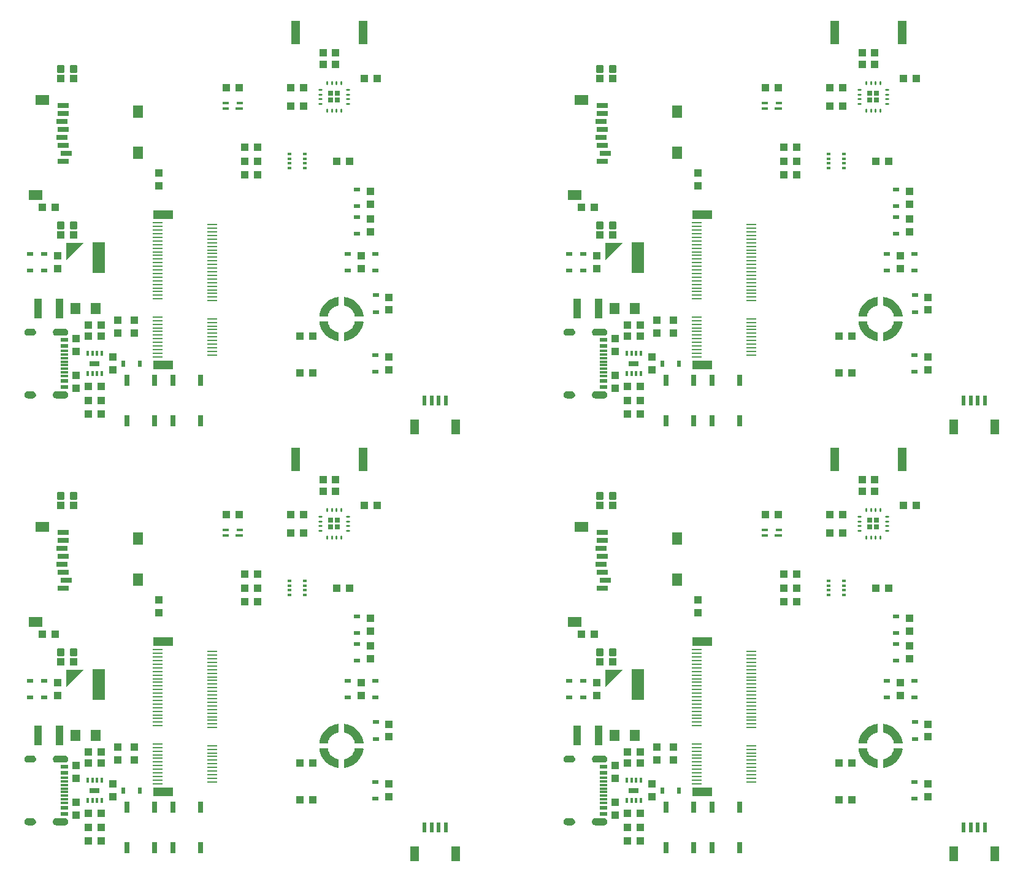
<source format=gtp>
G04 EAGLE Gerber RS-274X export*
G75*
%MOMM*%
%FSLAX34Y34*%
%LPD*%
%INSolderpaste Top*%
%IPPOS*%
%AMOC8*
5,1,8,0,0,1.08239X$1,22.5*%
G01*
%ADD10R,1.000000X0.300000*%
%ADD11R,1.000000X0.600000*%
%ADD12R,1.000000X1.100000*%
%ADD13R,1.375000X0.800000*%
%ADD14R,0.300000X0.650000*%
%ADD15R,1.100000X1.000000*%
%ADD16R,1.700000X4.200000*%
%ADD17R,0.830000X0.630000*%
%ADD18R,1.200000X2.000000*%
%ADD19R,0.600000X1.350000*%
%ADD20R,0.762000X1.524000*%
%ADD21R,1.000000X2.800000*%
%ADD22R,1.400000X1.600000*%
%ADD23R,1.400000X1.800000*%
%ADD24R,1.900000X1.400000*%
%ADD25R,1.500000X0.800000*%
%ADD26R,0.630000X0.830000*%
%ADD27R,0.500000X0.350000*%
%ADD28R,0.900000X0.350000*%
%ADD29R,1.000000X0.350000*%
%ADD30C,0.300000*%
%ADD31C,0.260000*%
%ADD32R,0.800000X0.800000*%
%ADD33R,1.300000X3.200400*%
%ADD34R,2.750000X1.200000*%
%ADD35R,1.450000X0.200000*%

G36*
X438059Y721791D02*
X438059Y721791D01*
X438104Y721792D01*
X438155Y721814D01*
X438210Y721827D01*
X438246Y721853D01*
X438286Y721871D01*
X438325Y721912D01*
X438370Y721945D01*
X438393Y721983D01*
X438423Y722015D01*
X438443Y722068D01*
X438472Y722116D01*
X438480Y722167D01*
X438493Y722201D01*
X438492Y722235D01*
X438499Y722280D01*
X438499Y733280D01*
X438489Y733333D01*
X438488Y733386D01*
X438469Y733429D01*
X438460Y733475D01*
X438429Y733519D01*
X438408Y733568D01*
X438374Y733600D01*
X438347Y733639D01*
X438302Y733668D01*
X438263Y733704D01*
X438212Y733725D01*
X438180Y733746D01*
X438148Y733751D01*
X438109Y733767D01*
X435374Y734378D01*
X432810Y735406D01*
X430446Y736833D01*
X428342Y738622D01*
X426553Y740726D01*
X425126Y743090D01*
X424098Y745654D01*
X423487Y748389D01*
X423465Y748438D01*
X423453Y748490D01*
X423425Y748528D01*
X423406Y748570D01*
X423367Y748607D01*
X423335Y748650D01*
X423295Y748674D01*
X423261Y748706D01*
X423210Y748724D01*
X423164Y748752D01*
X423110Y748761D01*
X423074Y748774D01*
X423042Y748772D01*
X423000Y748779D01*
X412000Y748779D01*
X411945Y748768D01*
X411889Y748767D01*
X411848Y748748D01*
X411805Y748740D01*
X411759Y748708D01*
X411708Y748685D01*
X411678Y748652D01*
X411641Y748627D01*
X411611Y748580D01*
X411573Y748538D01*
X411558Y748497D01*
X411534Y748460D01*
X411525Y748404D01*
X411506Y748351D01*
X411507Y748299D01*
X411501Y748263D01*
X411509Y748231D01*
X411509Y748226D01*
X411509Y748224D01*
X411509Y748223D01*
X411510Y748185D01*
X412349Y743864D01*
X412361Y743835D01*
X412369Y743793D01*
X413838Y739643D01*
X413854Y739616D01*
X413868Y739576D01*
X415934Y735689D01*
X415954Y735665D01*
X415973Y735627D01*
X418591Y732088D01*
X418615Y732067D01*
X418640Y732032D01*
X421752Y728920D01*
X421767Y728910D01*
X421775Y728899D01*
X421790Y728890D01*
X421808Y728871D01*
X425347Y726253D01*
X425375Y726240D01*
X425409Y726214D01*
X429296Y724148D01*
X429326Y724139D01*
X429363Y724118D01*
X433513Y722649D01*
X433544Y722644D01*
X433584Y722629D01*
X437905Y721790D01*
X437961Y721790D01*
X438017Y721781D01*
X438059Y721791D01*
G37*
G36*
X1182279Y721791D02*
X1182279Y721791D01*
X1182324Y721792D01*
X1182375Y721814D01*
X1182430Y721827D01*
X1182466Y721853D01*
X1182506Y721871D01*
X1182545Y721912D01*
X1182590Y721945D01*
X1182613Y721983D01*
X1182643Y722015D01*
X1182663Y722068D01*
X1182692Y722116D01*
X1182700Y722167D01*
X1182713Y722201D01*
X1182712Y722235D01*
X1182719Y722280D01*
X1182719Y733280D01*
X1182709Y733333D01*
X1182708Y733386D01*
X1182689Y733429D01*
X1182680Y733475D01*
X1182649Y733519D01*
X1182628Y733568D01*
X1182594Y733600D01*
X1182567Y733639D01*
X1182522Y733668D01*
X1182483Y733704D01*
X1182432Y733725D01*
X1182400Y733746D01*
X1182368Y733751D01*
X1182329Y733767D01*
X1179594Y734378D01*
X1177030Y735406D01*
X1174666Y736833D01*
X1172562Y738622D01*
X1170773Y740726D01*
X1169346Y743090D01*
X1168318Y745654D01*
X1167707Y748389D01*
X1167685Y748438D01*
X1167673Y748490D01*
X1167645Y748528D01*
X1167626Y748570D01*
X1167587Y748607D01*
X1167555Y748650D01*
X1167515Y748674D01*
X1167481Y748706D01*
X1167430Y748724D01*
X1167384Y748752D01*
X1167330Y748761D01*
X1167294Y748774D01*
X1167262Y748772D01*
X1167220Y748779D01*
X1156220Y748779D01*
X1156165Y748768D01*
X1156109Y748767D01*
X1156068Y748748D01*
X1156025Y748740D01*
X1155979Y748708D01*
X1155928Y748685D01*
X1155898Y748652D01*
X1155861Y748627D01*
X1155831Y748580D01*
X1155793Y748538D01*
X1155778Y748497D01*
X1155754Y748460D01*
X1155745Y748404D01*
X1155726Y748351D01*
X1155727Y748299D01*
X1155721Y748263D01*
X1155729Y748231D01*
X1155729Y748226D01*
X1155729Y748224D01*
X1155729Y748223D01*
X1155730Y748185D01*
X1156569Y743864D01*
X1156581Y743835D01*
X1156589Y743793D01*
X1158058Y739643D01*
X1158074Y739616D01*
X1158088Y739576D01*
X1160154Y735689D01*
X1160174Y735665D01*
X1160193Y735627D01*
X1162811Y732088D01*
X1162835Y732067D01*
X1162860Y732032D01*
X1165972Y728920D01*
X1165987Y728910D01*
X1165995Y728899D01*
X1166010Y728890D01*
X1166028Y728871D01*
X1169567Y726253D01*
X1169595Y726240D01*
X1169629Y726214D01*
X1173516Y724148D01*
X1173546Y724139D01*
X1173583Y724118D01*
X1177733Y722649D01*
X1177764Y722644D01*
X1177804Y722629D01*
X1182125Y721790D01*
X1182181Y721790D01*
X1182237Y721781D01*
X1182279Y721791D01*
G37*
G36*
X1182279Y132511D02*
X1182279Y132511D01*
X1182324Y132512D01*
X1182375Y132534D01*
X1182430Y132547D01*
X1182466Y132573D01*
X1182506Y132591D01*
X1182545Y132632D01*
X1182590Y132665D01*
X1182613Y132703D01*
X1182643Y132735D01*
X1182663Y132788D01*
X1182692Y132836D01*
X1182700Y132887D01*
X1182713Y132921D01*
X1182712Y132955D01*
X1182719Y133000D01*
X1182719Y144000D01*
X1182709Y144053D01*
X1182708Y144106D01*
X1182689Y144149D01*
X1182680Y144195D01*
X1182649Y144239D01*
X1182628Y144288D01*
X1182594Y144320D01*
X1182567Y144359D01*
X1182522Y144388D01*
X1182483Y144424D01*
X1182432Y144445D01*
X1182400Y144466D01*
X1182368Y144471D01*
X1182329Y144487D01*
X1179594Y145098D01*
X1177030Y146126D01*
X1174666Y147553D01*
X1172562Y149342D01*
X1170773Y151446D01*
X1169346Y153810D01*
X1168318Y156374D01*
X1167707Y159109D01*
X1167685Y159158D01*
X1167673Y159210D01*
X1167645Y159248D01*
X1167626Y159290D01*
X1167587Y159327D01*
X1167555Y159370D01*
X1167515Y159394D01*
X1167481Y159426D01*
X1167430Y159444D01*
X1167384Y159472D01*
X1167330Y159481D01*
X1167294Y159494D01*
X1167262Y159492D01*
X1167220Y159499D01*
X1156220Y159499D01*
X1156165Y159488D01*
X1156109Y159487D01*
X1156068Y159468D01*
X1156025Y159460D01*
X1155979Y159428D01*
X1155928Y159405D01*
X1155898Y159372D01*
X1155861Y159347D01*
X1155831Y159300D01*
X1155793Y159258D01*
X1155778Y159217D01*
X1155754Y159180D01*
X1155745Y159124D01*
X1155726Y159071D01*
X1155727Y159019D01*
X1155721Y158983D01*
X1155729Y158951D01*
X1155729Y158946D01*
X1155729Y158944D01*
X1155729Y158943D01*
X1155730Y158905D01*
X1156569Y154584D01*
X1156581Y154555D01*
X1156589Y154513D01*
X1158058Y150363D01*
X1158074Y150336D01*
X1158088Y150296D01*
X1160154Y146409D01*
X1160174Y146385D01*
X1160193Y146347D01*
X1162811Y142808D01*
X1162835Y142787D01*
X1162860Y142752D01*
X1165972Y139640D01*
X1165987Y139630D01*
X1165995Y139619D01*
X1166010Y139610D01*
X1166028Y139591D01*
X1169567Y136973D01*
X1169595Y136960D01*
X1169629Y136934D01*
X1173516Y134868D01*
X1173546Y134859D01*
X1173583Y134838D01*
X1177733Y133369D01*
X1177764Y133364D01*
X1177804Y133349D01*
X1182125Y132510D01*
X1182181Y132510D01*
X1182237Y132501D01*
X1182279Y132511D01*
G37*
G36*
X438059Y132511D02*
X438059Y132511D01*
X438104Y132512D01*
X438155Y132534D01*
X438210Y132547D01*
X438246Y132573D01*
X438286Y132591D01*
X438325Y132632D01*
X438370Y132665D01*
X438393Y132703D01*
X438423Y132735D01*
X438443Y132788D01*
X438472Y132836D01*
X438480Y132887D01*
X438493Y132921D01*
X438492Y132955D01*
X438499Y133000D01*
X438499Y144000D01*
X438489Y144053D01*
X438488Y144106D01*
X438469Y144149D01*
X438460Y144195D01*
X438429Y144239D01*
X438408Y144288D01*
X438374Y144320D01*
X438347Y144359D01*
X438302Y144388D01*
X438263Y144424D01*
X438212Y144445D01*
X438180Y144466D01*
X438148Y144471D01*
X438109Y144487D01*
X435374Y145098D01*
X432810Y146126D01*
X430446Y147553D01*
X428342Y149342D01*
X426553Y151446D01*
X425126Y153810D01*
X424098Y156374D01*
X423487Y159109D01*
X423465Y159158D01*
X423453Y159210D01*
X423425Y159248D01*
X423406Y159290D01*
X423367Y159327D01*
X423335Y159370D01*
X423295Y159394D01*
X423261Y159426D01*
X423210Y159444D01*
X423164Y159472D01*
X423110Y159481D01*
X423074Y159494D01*
X423042Y159492D01*
X423000Y159499D01*
X412000Y159499D01*
X411945Y159488D01*
X411889Y159487D01*
X411848Y159468D01*
X411805Y159460D01*
X411759Y159428D01*
X411708Y159405D01*
X411678Y159372D01*
X411641Y159347D01*
X411611Y159300D01*
X411573Y159258D01*
X411558Y159217D01*
X411534Y159180D01*
X411525Y159124D01*
X411506Y159071D01*
X411507Y159019D01*
X411501Y158983D01*
X411509Y158951D01*
X411509Y158946D01*
X411509Y158944D01*
X411509Y158943D01*
X411510Y158905D01*
X412349Y154584D01*
X412361Y154555D01*
X412369Y154513D01*
X413838Y150363D01*
X413854Y150336D01*
X413868Y150296D01*
X415934Y146409D01*
X415954Y146385D01*
X415973Y146347D01*
X418591Y142808D01*
X418615Y142787D01*
X418640Y142752D01*
X421752Y139640D01*
X421767Y139630D01*
X421775Y139619D01*
X421790Y139610D01*
X421808Y139591D01*
X425347Y136973D01*
X425375Y136960D01*
X425409Y136934D01*
X429296Y134868D01*
X429326Y134859D01*
X429363Y134838D01*
X433513Y133369D01*
X433544Y133364D01*
X433584Y133349D01*
X437905Y132510D01*
X437961Y132510D01*
X438017Y132501D01*
X438059Y132511D01*
G37*
G36*
X423053Y166511D02*
X423053Y166511D01*
X423106Y166512D01*
X423149Y166531D01*
X423195Y166540D01*
X423239Y166571D01*
X423288Y166592D01*
X423320Y166626D01*
X423359Y166653D01*
X423388Y166698D01*
X423424Y166737D01*
X423445Y166788D01*
X423466Y166820D01*
X423471Y166852D01*
X423487Y166891D01*
X424098Y169626D01*
X425126Y172190D01*
X426553Y174554D01*
X428342Y176658D01*
X430446Y178447D01*
X432810Y179874D01*
X435374Y180902D01*
X438109Y181513D01*
X438158Y181535D01*
X438210Y181547D01*
X438248Y181575D01*
X438290Y181594D01*
X438327Y181633D01*
X438370Y181665D01*
X438394Y181705D01*
X438426Y181739D01*
X438444Y181790D01*
X438472Y181836D01*
X438481Y181890D01*
X438494Y181926D01*
X438492Y181958D01*
X438499Y182000D01*
X438499Y193000D01*
X438488Y193055D01*
X438487Y193111D01*
X438468Y193152D01*
X438460Y193195D01*
X438428Y193241D01*
X438405Y193293D01*
X438372Y193322D01*
X438347Y193359D01*
X438300Y193389D01*
X438258Y193427D01*
X438217Y193442D01*
X438180Y193466D01*
X438124Y193475D01*
X438071Y193494D01*
X438019Y193493D01*
X437983Y193499D01*
X437951Y193491D01*
X437905Y193490D01*
X433584Y192651D01*
X433555Y192639D01*
X433513Y192631D01*
X429363Y191162D01*
X429336Y191146D01*
X429296Y191132D01*
X425409Y189066D01*
X425385Y189046D01*
X425347Y189027D01*
X421808Y186409D01*
X421787Y186385D01*
X421752Y186360D01*
X418640Y183248D01*
X418622Y183222D01*
X418591Y183192D01*
X415973Y179654D01*
X415960Y179625D01*
X415934Y179591D01*
X413868Y175704D01*
X413861Y175681D01*
X413852Y175667D01*
X413851Y175659D01*
X413838Y175637D01*
X412369Y171487D01*
X412364Y171456D01*
X412349Y171416D01*
X411510Y167095D01*
X411510Y167039D01*
X411501Y166983D01*
X411511Y166941D01*
X411512Y166896D01*
X411534Y166845D01*
X411547Y166790D01*
X411573Y166755D01*
X411591Y166714D01*
X411632Y166675D01*
X411665Y166630D01*
X411703Y166607D01*
X411735Y166577D01*
X411788Y166557D01*
X411836Y166528D01*
X411887Y166520D01*
X411921Y166507D01*
X411955Y166508D01*
X412000Y166501D01*
X423000Y166501D01*
X423053Y166511D01*
G37*
G36*
X423053Y755791D02*
X423053Y755791D01*
X423106Y755792D01*
X423149Y755811D01*
X423195Y755820D01*
X423239Y755851D01*
X423288Y755872D01*
X423320Y755906D01*
X423359Y755933D01*
X423388Y755978D01*
X423424Y756017D01*
X423445Y756068D01*
X423466Y756100D01*
X423471Y756132D01*
X423487Y756171D01*
X424098Y758906D01*
X425126Y761470D01*
X426553Y763834D01*
X428342Y765938D01*
X430446Y767727D01*
X432810Y769154D01*
X435374Y770182D01*
X438109Y770793D01*
X438158Y770815D01*
X438210Y770827D01*
X438248Y770855D01*
X438290Y770874D01*
X438327Y770913D01*
X438370Y770945D01*
X438394Y770985D01*
X438426Y771019D01*
X438444Y771070D01*
X438472Y771116D01*
X438481Y771170D01*
X438494Y771206D01*
X438492Y771238D01*
X438499Y771280D01*
X438499Y782280D01*
X438488Y782335D01*
X438487Y782391D01*
X438468Y782432D01*
X438460Y782475D01*
X438428Y782521D01*
X438405Y782573D01*
X438372Y782602D01*
X438347Y782639D01*
X438300Y782669D01*
X438258Y782707D01*
X438217Y782722D01*
X438180Y782746D01*
X438124Y782755D01*
X438071Y782774D01*
X438019Y782773D01*
X437983Y782779D01*
X437951Y782771D01*
X437905Y782770D01*
X433584Y781931D01*
X433555Y781919D01*
X433513Y781911D01*
X429363Y780442D01*
X429336Y780426D01*
X429296Y780412D01*
X425409Y778346D01*
X425385Y778326D01*
X425347Y778307D01*
X421808Y775689D01*
X421787Y775665D01*
X421752Y775640D01*
X418640Y772528D01*
X418622Y772502D01*
X418591Y772472D01*
X415973Y768934D01*
X415960Y768905D01*
X415934Y768871D01*
X413868Y764984D01*
X413861Y764961D01*
X413852Y764947D01*
X413851Y764939D01*
X413838Y764917D01*
X412369Y760767D01*
X412364Y760736D01*
X412349Y760696D01*
X411510Y756375D01*
X411510Y756319D01*
X411501Y756263D01*
X411511Y756221D01*
X411512Y756176D01*
X411534Y756125D01*
X411547Y756070D01*
X411573Y756035D01*
X411591Y755994D01*
X411632Y755955D01*
X411665Y755910D01*
X411703Y755887D01*
X411735Y755857D01*
X411788Y755837D01*
X411836Y755808D01*
X411887Y755800D01*
X411921Y755787D01*
X411955Y755788D01*
X412000Y755781D01*
X423000Y755781D01*
X423053Y755791D01*
G37*
G36*
X1167273Y755791D02*
X1167273Y755791D01*
X1167326Y755792D01*
X1167369Y755811D01*
X1167415Y755820D01*
X1167459Y755851D01*
X1167508Y755872D01*
X1167540Y755906D01*
X1167579Y755933D01*
X1167608Y755978D01*
X1167644Y756017D01*
X1167665Y756068D01*
X1167686Y756100D01*
X1167691Y756132D01*
X1167707Y756171D01*
X1168318Y758906D01*
X1169346Y761470D01*
X1170773Y763834D01*
X1172562Y765938D01*
X1174666Y767727D01*
X1177030Y769154D01*
X1179594Y770182D01*
X1182329Y770793D01*
X1182378Y770815D01*
X1182430Y770827D01*
X1182468Y770855D01*
X1182510Y770874D01*
X1182547Y770913D01*
X1182590Y770945D01*
X1182614Y770985D01*
X1182646Y771019D01*
X1182664Y771070D01*
X1182692Y771116D01*
X1182701Y771170D01*
X1182714Y771206D01*
X1182712Y771238D01*
X1182719Y771280D01*
X1182719Y782280D01*
X1182708Y782335D01*
X1182707Y782391D01*
X1182688Y782432D01*
X1182680Y782475D01*
X1182648Y782521D01*
X1182625Y782573D01*
X1182592Y782602D01*
X1182567Y782639D01*
X1182520Y782669D01*
X1182478Y782707D01*
X1182437Y782722D01*
X1182400Y782746D01*
X1182344Y782755D01*
X1182291Y782774D01*
X1182239Y782773D01*
X1182203Y782779D01*
X1182171Y782771D01*
X1182125Y782770D01*
X1177804Y781931D01*
X1177775Y781919D01*
X1177733Y781911D01*
X1173583Y780442D01*
X1173556Y780426D01*
X1173516Y780412D01*
X1169629Y778346D01*
X1169605Y778326D01*
X1169567Y778307D01*
X1166028Y775689D01*
X1166007Y775665D01*
X1165972Y775640D01*
X1162860Y772528D01*
X1162842Y772502D01*
X1162811Y772472D01*
X1160193Y768934D01*
X1160180Y768905D01*
X1160154Y768871D01*
X1158088Y764984D01*
X1158081Y764961D01*
X1158072Y764947D01*
X1158071Y764939D01*
X1158058Y764917D01*
X1156589Y760767D01*
X1156584Y760736D01*
X1156569Y760696D01*
X1155730Y756375D01*
X1155730Y756319D01*
X1155721Y756263D01*
X1155731Y756221D01*
X1155732Y756176D01*
X1155754Y756125D01*
X1155767Y756070D01*
X1155793Y756035D01*
X1155811Y755994D01*
X1155852Y755955D01*
X1155885Y755910D01*
X1155923Y755887D01*
X1155955Y755857D01*
X1156008Y755837D01*
X1156056Y755808D01*
X1156107Y755800D01*
X1156141Y755787D01*
X1156175Y755788D01*
X1156220Y755781D01*
X1167220Y755781D01*
X1167273Y755791D01*
G37*
G36*
X1167273Y166511D02*
X1167273Y166511D01*
X1167326Y166512D01*
X1167369Y166531D01*
X1167415Y166540D01*
X1167459Y166571D01*
X1167508Y166592D01*
X1167540Y166626D01*
X1167579Y166653D01*
X1167608Y166698D01*
X1167644Y166737D01*
X1167665Y166788D01*
X1167686Y166820D01*
X1167691Y166852D01*
X1167707Y166891D01*
X1168318Y169626D01*
X1169346Y172190D01*
X1170773Y174554D01*
X1172562Y176658D01*
X1174666Y178447D01*
X1177030Y179874D01*
X1179594Y180902D01*
X1182329Y181513D01*
X1182378Y181535D01*
X1182430Y181547D01*
X1182468Y181575D01*
X1182510Y181594D01*
X1182547Y181633D01*
X1182590Y181665D01*
X1182614Y181705D01*
X1182646Y181739D01*
X1182664Y181790D01*
X1182692Y181836D01*
X1182701Y181890D01*
X1182714Y181926D01*
X1182712Y181958D01*
X1182719Y182000D01*
X1182719Y193000D01*
X1182708Y193055D01*
X1182707Y193111D01*
X1182688Y193152D01*
X1182680Y193195D01*
X1182648Y193241D01*
X1182625Y193293D01*
X1182592Y193322D01*
X1182567Y193359D01*
X1182520Y193389D01*
X1182478Y193427D01*
X1182437Y193442D01*
X1182400Y193466D01*
X1182344Y193475D01*
X1182291Y193494D01*
X1182239Y193493D01*
X1182203Y193499D01*
X1182171Y193491D01*
X1182125Y193490D01*
X1177804Y192651D01*
X1177775Y192639D01*
X1177733Y192631D01*
X1173583Y191162D01*
X1173556Y191146D01*
X1173516Y191132D01*
X1169629Y189066D01*
X1169605Y189046D01*
X1169567Y189027D01*
X1166028Y186409D01*
X1166007Y186385D01*
X1165972Y186360D01*
X1162860Y183248D01*
X1162842Y183222D01*
X1162811Y183192D01*
X1160193Y179654D01*
X1160180Y179625D01*
X1160154Y179591D01*
X1158088Y175704D01*
X1158081Y175681D01*
X1158072Y175667D01*
X1158071Y175659D01*
X1158058Y175637D01*
X1156589Y171487D01*
X1156584Y171456D01*
X1156569Y171416D01*
X1155730Y167095D01*
X1155730Y167039D01*
X1155721Y166983D01*
X1155731Y166941D01*
X1155732Y166896D01*
X1155754Y166845D01*
X1155767Y166790D01*
X1155793Y166755D01*
X1155811Y166714D01*
X1155852Y166675D01*
X1155885Y166630D01*
X1155923Y166607D01*
X1155955Y166577D01*
X1156008Y166557D01*
X1156056Y166528D01*
X1156107Y166520D01*
X1156141Y166507D01*
X1156175Y166508D01*
X1156220Y166501D01*
X1167220Y166501D01*
X1167273Y166511D01*
G37*
G36*
X1216275Y166512D02*
X1216275Y166512D01*
X1216331Y166513D01*
X1216372Y166532D01*
X1216415Y166540D01*
X1216461Y166572D01*
X1216513Y166595D01*
X1216542Y166628D01*
X1216579Y166653D01*
X1216609Y166700D01*
X1216647Y166742D01*
X1216662Y166783D01*
X1216686Y166820D01*
X1216695Y166876D01*
X1216714Y166929D01*
X1216713Y166981D01*
X1216719Y167017D01*
X1216711Y167049D01*
X1216710Y167095D01*
X1215871Y171416D01*
X1215859Y171445D01*
X1215851Y171487D01*
X1214382Y175637D01*
X1214366Y175664D01*
X1214357Y175691D01*
X1214355Y175697D01*
X1214354Y175699D01*
X1214352Y175704D01*
X1212286Y179591D01*
X1212266Y179615D01*
X1212247Y179654D01*
X1209629Y183192D01*
X1209605Y183213D01*
X1209580Y183248D01*
X1206468Y186360D01*
X1206442Y186378D01*
X1206412Y186409D01*
X1202874Y189027D01*
X1202845Y189040D01*
X1202811Y189066D01*
X1198924Y191132D01*
X1198894Y191141D01*
X1198857Y191162D01*
X1194707Y192631D01*
X1194676Y192636D01*
X1194636Y192651D01*
X1190315Y193490D01*
X1190259Y193490D01*
X1190203Y193499D01*
X1190161Y193489D01*
X1190116Y193488D01*
X1190065Y193466D01*
X1190010Y193453D01*
X1189975Y193427D01*
X1189934Y193409D01*
X1189895Y193368D01*
X1189850Y193335D01*
X1189827Y193297D01*
X1189797Y193265D01*
X1189777Y193212D01*
X1189748Y193164D01*
X1189740Y193113D01*
X1189727Y193079D01*
X1189728Y193045D01*
X1189721Y193000D01*
X1189721Y182000D01*
X1189731Y181947D01*
X1189732Y181894D01*
X1189751Y181851D01*
X1189760Y181805D01*
X1189791Y181761D01*
X1189812Y181712D01*
X1189846Y181680D01*
X1189873Y181641D01*
X1189918Y181612D01*
X1189957Y181576D01*
X1190008Y181555D01*
X1190040Y181534D01*
X1190072Y181529D01*
X1190111Y181513D01*
X1192846Y180902D01*
X1195410Y179874D01*
X1197774Y178447D01*
X1199878Y176658D01*
X1201667Y174554D01*
X1203094Y172190D01*
X1204122Y169626D01*
X1204733Y166891D01*
X1204755Y166842D01*
X1204767Y166790D01*
X1204795Y166752D01*
X1204814Y166710D01*
X1204853Y166673D01*
X1204885Y166630D01*
X1204925Y166606D01*
X1204959Y166574D01*
X1205010Y166556D01*
X1205056Y166528D01*
X1205110Y166519D01*
X1205146Y166506D01*
X1205178Y166508D01*
X1205220Y166501D01*
X1216220Y166501D01*
X1216275Y166512D01*
G37*
G36*
X472055Y755792D02*
X472055Y755792D01*
X472111Y755793D01*
X472152Y755812D01*
X472195Y755820D01*
X472241Y755852D01*
X472293Y755875D01*
X472322Y755908D01*
X472359Y755933D01*
X472389Y755980D01*
X472427Y756022D01*
X472442Y756063D01*
X472466Y756100D01*
X472475Y756156D01*
X472494Y756209D01*
X472493Y756261D01*
X472499Y756297D01*
X472491Y756329D01*
X472490Y756375D01*
X471651Y760696D01*
X471639Y760725D01*
X471631Y760767D01*
X470162Y764917D01*
X470146Y764944D01*
X470137Y764971D01*
X470135Y764977D01*
X470134Y764979D01*
X470132Y764984D01*
X468066Y768871D01*
X468046Y768895D01*
X468027Y768934D01*
X465409Y772472D01*
X465385Y772493D01*
X465360Y772528D01*
X462248Y775640D01*
X462222Y775658D01*
X462192Y775689D01*
X458654Y778307D01*
X458625Y778320D01*
X458591Y778346D01*
X454704Y780412D01*
X454674Y780421D01*
X454637Y780442D01*
X450487Y781911D01*
X450456Y781916D01*
X450416Y781931D01*
X446095Y782770D01*
X446039Y782770D01*
X445983Y782779D01*
X445941Y782769D01*
X445896Y782768D01*
X445845Y782746D01*
X445790Y782733D01*
X445755Y782707D01*
X445714Y782689D01*
X445675Y782648D01*
X445630Y782615D01*
X445607Y782577D01*
X445577Y782545D01*
X445557Y782492D01*
X445528Y782444D01*
X445520Y782393D01*
X445507Y782359D01*
X445508Y782325D01*
X445501Y782280D01*
X445501Y771280D01*
X445511Y771227D01*
X445512Y771174D01*
X445531Y771131D01*
X445540Y771085D01*
X445571Y771041D01*
X445592Y770992D01*
X445626Y770960D01*
X445653Y770921D01*
X445698Y770892D01*
X445737Y770856D01*
X445788Y770835D01*
X445820Y770814D01*
X445852Y770809D01*
X445891Y770793D01*
X448626Y770182D01*
X451190Y769154D01*
X453554Y767727D01*
X455658Y765938D01*
X457447Y763834D01*
X458874Y761470D01*
X459902Y758906D01*
X460513Y756171D01*
X460535Y756122D01*
X460547Y756070D01*
X460575Y756032D01*
X460594Y755990D01*
X460633Y755953D01*
X460665Y755910D01*
X460705Y755886D01*
X460739Y755854D01*
X460790Y755836D01*
X460836Y755808D01*
X460890Y755799D01*
X460926Y755786D01*
X460958Y755788D01*
X461000Y755781D01*
X472000Y755781D01*
X472055Y755792D01*
G37*
G36*
X1216275Y755792D02*
X1216275Y755792D01*
X1216331Y755793D01*
X1216372Y755812D01*
X1216415Y755820D01*
X1216461Y755852D01*
X1216513Y755875D01*
X1216542Y755908D01*
X1216579Y755933D01*
X1216609Y755980D01*
X1216647Y756022D01*
X1216662Y756063D01*
X1216686Y756100D01*
X1216695Y756156D01*
X1216714Y756209D01*
X1216713Y756261D01*
X1216719Y756297D01*
X1216711Y756329D01*
X1216710Y756375D01*
X1215871Y760696D01*
X1215859Y760725D01*
X1215851Y760767D01*
X1214382Y764917D01*
X1214366Y764944D01*
X1214357Y764971D01*
X1214355Y764977D01*
X1214354Y764979D01*
X1214352Y764984D01*
X1212286Y768871D01*
X1212266Y768895D01*
X1212247Y768934D01*
X1209629Y772472D01*
X1209605Y772493D01*
X1209580Y772528D01*
X1206468Y775640D01*
X1206442Y775658D01*
X1206412Y775689D01*
X1202874Y778307D01*
X1202845Y778320D01*
X1202811Y778346D01*
X1198924Y780412D01*
X1198894Y780421D01*
X1198857Y780442D01*
X1194707Y781911D01*
X1194676Y781916D01*
X1194636Y781931D01*
X1190315Y782770D01*
X1190259Y782770D01*
X1190203Y782779D01*
X1190161Y782769D01*
X1190116Y782768D01*
X1190065Y782746D01*
X1190010Y782733D01*
X1189975Y782707D01*
X1189934Y782689D01*
X1189895Y782648D01*
X1189850Y782615D01*
X1189827Y782577D01*
X1189797Y782545D01*
X1189777Y782492D01*
X1189748Y782444D01*
X1189740Y782393D01*
X1189727Y782359D01*
X1189728Y782325D01*
X1189721Y782280D01*
X1189721Y771280D01*
X1189731Y771227D01*
X1189732Y771174D01*
X1189751Y771131D01*
X1189760Y771085D01*
X1189791Y771041D01*
X1189812Y770992D01*
X1189846Y770960D01*
X1189873Y770921D01*
X1189918Y770892D01*
X1189957Y770856D01*
X1190008Y770835D01*
X1190040Y770814D01*
X1190072Y770809D01*
X1190111Y770793D01*
X1192846Y770182D01*
X1195410Y769154D01*
X1197774Y767727D01*
X1199878Y765938D01*
X1201667Y763834D01*
X1203094Y761470D01*
X1204122Y758906D01*
X1204733Y756171D01*
X1204755Y756122D01*
X1204767Y756070D01*
X1204795Y756032D01*
X1204814Y755990D01*
X1204853Y755953D01*
X1204885Y755910D01*
X1204925Y755886D01*
X1204959Y755854D01*
X1205010Y755836D01*
X1205056Y755808D01*
X1205110Y755799D01*
X1205146Y755786D01*
X1205178Y755788D01*
X1205220Y755781D01*
X1216220Y755781D01*
X1216275Y755792D01*
G37*
G36*
X472055Y166512D02*
X472055Y166512D01*
X472111Y166513D01*
X472152Y166532D01*
X472195Y166540D01*
X472241Y166572D01*
X472293Y166595D01*
X472322Y166628D01*
X472359Y166653D01*
X472389Y166700D01*
X472427Y166742D01*
X472442Y166783D01*
X472466Y166820D01*
X472475Y166876D01*
X472494Y166929D01*
X472493Y166981D01*
X472499Y167017D01*
X472491Y167049D01*
X472490Y167095D01*
X471651Y171416D01*
X471639Y171445D01*
X471631Y171487D01*
X470162Y175637D01*
X470146Y175664D01*
X470137Y175691D01*
X470135Y175697D01*
X470134Y175699D01*
X470132Y175704D01*
X468066Y179591D01*
X468046Y179615D01*
X468027Y179654D01*
X465409Y183192D01*
X465385Y183213D01*
X465360Y183248D01*
X462248Y186360D01*
X462222Y186378D01*
X462192Y186409D01*
X458654Y189027D01*
X458625Y189040D01*
X458591Y189066D01*
X454704Y191132D01*
X454674Y191141D01*
X454637Y191162D01*
X450487Y192631D01*
X450456Y192636D01*
X450416Y192651D01*
X446095Y193490D01*
X446039Y193490D01*
X445983Y193499D01*
X445941Y193489D01*
X445896Y193488D01*
X445845Y193466D01*
X445790Y193453D01*
X445755Y193427D01*
X445714Y193409D01*
X445675Y193368D01*
X445630Y193335D01*
X445607Y193297D01*
X445577Y193265D01*
X445557Y193212D01*
X445528Y193164D01*
X445520Y193113D01*
X445507Y193079D01*
X445508Y193045D01*
X445501Y193000D01*
X445501Y182000D01*
X445511Y181947D01*
X445512Y181894D01*
X445531Y181851D01*
X445540Y181805D01*
X445571Y181761D01*
X445592Y181712D01*
X445626Y181680D01*
X445653Y181641D01*
X445698Y181612D01*
X445737Y181576D01*
X445788Y181555D01*
X445820Y181534D01*
X445852Y181529D01*
X445891Y181513D01*
X448626Y180902D01*
X451190Y179874D01*
X453554Y178447D01*
X455658Y176658D01*
X457447Y174554D01*
X458874Y172190D01*
X459902Y169626D01*
X460513Y166891D01*
X460535Y166842D01*
X460547Y166790D01*
X460575Y166752D01*
X460594Y166710D01*
X460633Y166673D01*
X460665Y166630D01*
X460705Y166606D01*
X460739Y166574D01*
X460790Y166556D01*
X460836Y166528D01*
X460890Y166519D01*
X460926Y166506D01*
X460958Y166508D01*
X461000Y166501D01*
X472000Y166501D01*
X472055Y166512D01*
G37*
G36*
X446049Y721789D02*
X446049Y721789D01*
X446095Y721790D01*
X450416Y722629D01*
X450445Y722641D01*
X450487Y722649D01*
X454637Y724118D01*
X454664Y724134D01*
X454704Y724148D01*
X458591Y726214D01*
X458615Y726234D01*
X458654Y726253D01*
X462192Y728871D01*
X462213Y728895D01*
X462248Y728920D01*
X465360Y732032D01*
X465378Y732059D01*
X465409Y732088D01*
X468027Y735627D01*
X468040Y735655D01*
X468066Y735689D01*
X470132Y739576D01*
X470141Y739606D01*
X470162Y739643D01*
X471631Y743793D01*
X471636Y743824D01*
X471651Y743864D01*
X472490Y748185D01*
X472490Y748241D01*
X472499Y748297D01*
X472489Y748339D01*
X472488Y748384D01*
X472466Y748435D01*
X472453Y748490D01*
X472427Y748526D01*
X472409Y748566D01*
X472368Y748605D01*
X472335Y748650D01*
X472297Y748673D01*
X472265Y748703D01*
X472212Y748723D01*
X472164Y748752D01*
X472113Y748760D01*
X472079Y748773D01*
X472045Y748772D01*
X472000Y748779D01*
X461000Y748779D01*
X460947Y748769D01*
X460894Y748768D01*
X460851Y748749D01*
X460805Y748740D01*
X460761Y748709D01*
X460712Y748688D01*
X460680Y748654D01*
X460641Y748627D01*
X460612Y748582D01*
X460576Y748543D01*
X460555Y748492D01*
X460534Y748460D01*
X460529Y748428D01*
X460526Y748422D01*
X460525Y748421D01*
X460525Y748420D01*
X460513Y748389D01*
X459902Y745654D01*
X458874Y743090D01*
X457447Y740726D01*
X455658Y738622D01*
X453554Y736833D01*
X451190Y735406D01*
X448626Y734378D01*
X445891Y733767D01*
X445842Y733745D01*
X445790Y733733D01*
X445752Y733705D01*
X445710Y733686D01*
X445673Y733647D01*
X445630Y733615D01*
X445606Y733575D01*
X445574Y733541D01*
X445556Y733490D01*
X445528Y733444D01*
X445519Y733390D01*
X445506Y733354D01*
X445508Y733322D01*
X445501Y733280D01*
X445501Y722280D01*
X445512Y722225D01*
X445513Y722169D01*
X445532Y722128D01*
X445540Y722085D01*
X445572Y722039D01*
X445595Y721988D01*
X445628Y721958D01*
X445653Y721921D01*
X445700Y721891D01*
X445742Y721853D01*
X445783Y721838D01*
X445820Y721814D01*
X445876Y721805D01*
X445929Y721786D01*
X445981Y721787D01*
X446017Y721781D01*
X446049Y721789D01*
G37*
G36*
X1190269Y721789D02*
X1190269Y721789D01*
X1190315Y721790D01*
X1194636Y722629D01*
X1194665Y722641D01*
X1194707Y722649D01*
X1198857Y724118D01*
X1198884Y724134D01*
X1198924Y724148D01*
X1202811Y726214D01*
X1202835Y726234D01*
X1202874Y726253D01*
X1206412Y728871D01*
X1206433Y728895D01*
X1206468Y728920D01*
X1209580Y732032D01*
X1209598Y732059D01*
X1209629Y732088D01*
X1212247Y735627D01*
X1212260Y735655D01*
X1212286Y735689D01*
X1214352Y739576D01*
X1214361Y739606D01*
X1214382Y739643D01*
X1215851Y743793D01*
X1215856Y743824D01*
X1215871Y743864D01*
X1216710Y748185D01*
X1216710Y748241D01*
X1216719Y748297D01*
X1216709Y748339D01*
X1216708Y748384D01*
X1216686Y748435D01*
X1216673Y748490D01*
X1216647Y748526D01*
X1216629Y748566D01*
X1216588Y748605D01*
X1216555Y748650D01*
X1216517Y748673D01*
X1216485Y748703D01*
X1216432Y748723D01*
X1216384Y748752D01*
X1216333Y748760D01*
X1216299Y748773D01*
X1216265Y748772D01*
X1216220Y748779D01*
X1205220Y748779D01*
X1205167Y748769D01*
X1205114Y748768D01*
X1205071Y748749D01*
X1205025Y748740D01*
X1204981Y748709D01*
X1204932Y748688D01*
X1204900Y748654D01*
X1204861Y748627D01*
X1204832Y748582D01*
X1204796Y748543D01*
X1204775Y748492D01*
X1204754Y748460D01*
X1204749Y748428D01*
X1204746Y748422D01*
X1204745Y748421D01*
X1204745Y748420D01*
X1204733Y748389D01*
X1204122Y745654D01*
X1203094Y743090D01*
X1201667Y740726D01*
X1199878Y738622D01*
X1197774Y736833D01*
X1195410Y735406D01*
X1192846Y734378D01*
X1190111Y733767D01*
X1190062Y733745D01*
X1190010Y733733D01*
X1189972Y733705D01*
X1189930Y733686D01*
X1189893Y733647D01*
X1189850Y733615D01*
X1189826Y733575D01*
X1189794Y733541D01*
X1189776Y733490D01*
X1189748Y733444D01*
X1189739Y733390D01*
X1189726Y733354D01*
X1189728Y733322D01*
X1189721Y733280D01*
X1189721Y722280D01*
X1189732Y722225D01*
X1189733Y722169D01*
X1189752Y722128D01*
X1189760Y722085D01*
X1189792Y722039D01*
X1189815Y721988D01*
X1189848Y721958D01*
X1189873Y721921D01*
X1189920Y721891D01*
X1189962Y721853D01*
X1190003Y721838D01*
X1190040Y721814D01*
X1190096Y721805D01*
X1190149Y721786D01*
X1190201Y721787D01*
X1190237Y721781D01*
X1190269Y721789D01*
G37*
G36*
X446049Y132509D02*
X446049Y132509D01*
X446095Y132510D01*
X450416Y133349D01*
X450445Y133361D01*
X450487Y133369D01*
X454637Y134838D01*
X454664Y134854D01*
X454704Y134868D01*
X458591Y136934D01*
X458615Y136954D01*
X458654Y136973D01*
X462192Y139591D01*
X462213Y139615D01*
X462248Y139640D01*
X465360Y142752D01*
X465378Y142779D01*
X465409Y142808D01*
X468027Y146347D01*
X468040Y146375D01*
X468066Y146409D01*
X470132Y150296D01*
X470141Y150326D01*
X470162Y150363D01*
X471631Y154513D01*
X471636Y154544D01*
X471651Y154584D01*
X472490Y158905D01*
X472490Y158961D01*
X472499Y159017D01*
X472489Y159059D01*
X472488Y159104D01*
X472466Y159155D01*
X472453Y159210D01*
X472427Y159246D01*
X472409Y159286D01*
X472368Y159325D01*
X472335Y159370D01*
X472297Y159393D01*
X472265Y159423D01*
X472212Y159443D01*
X472164Y159472D01*
X472113Y159480D01*
X472079Y159493D01*
X472045Y159492D01*
X472000Y159499D01*
X461000Y159499D01*
X460947Y159489D01*
X460894Y159488D01*
X460851Y159469D01*
X460805Y159460D01*
X460761Y159429D01*
X460712Y159408D01*
X460680Y159374D01*
X460641Y159347D01*
X460612Y159302D01*
X460576Y159263D01*
X460555Y159212D01*
X460534Y159180D01*
X460529Y159148D01*
X460526Y159142D01*
X460525Y159141D01*
X460525Y159140D01*
X460513Y159109D01*
X459902Y156374D01*
X458874Y153810D01*
X457447Y151446D01*
X455658Y149342D01*
X453554Y147553D01*
X451190Y146126D01*
X448626Y145098D01*
X445891Y144487D01*
X445842Y144465D01*
X445790Y144453D01*
X445752Y144425D01*
X445710Y144406D01*
X445673Y144367D01*
X445630Y144335D01*
X445606Y144295D01*
X445574Y144261D01*
X445556Y144210D01*
X445528Y144164D01*
X445519Y144110D01*
X445506Y144074D01*
X445508Y144042D01*
X445501Y144000D01*
X445501Y133000D01*
X445512Y132945D01*
X445513Y132889D01*
X445532Y132848D01*
X445540Y132805D01*
X445572Y132759D01*
X445595Y132708D01*
X445628Y132678D01*
X445653Y132641D01*
X445700Y132611D01*
X445742Y132573D01*
X445783Y132558D01*
X445820Y132534D01*
X445876Y132525D01*
X445929Y132506D01*
X445981Y132507D01*
X446017Y132501D01*
X446049Y132509D01*
G37*
G36*
X1190269Y132509D02*
X1190269Y132509D01*
X1190315Y132510D01*
X1194636Y133349D01*
X1194665Y133361D01*
X1194707Y133369D01*
X1198857Y134838D01*
X1198884Y134854D01*
X1198924Y134868D01*
X1202811Y136934D01*
X1202835Y136954D01*
X1202874Y136973D01*
X1206412Y139591D01*
X1206433Y139615D01*
X1206468Y139640D01*
X1209580Y142752D01*
X1209598Y142779D01*
X1209629Y142808D01*
X1212247Y146347D01*
X1212260Y146375D01*
X1212286Y146409D01*
X1214352Y150296D01*
X1214361Y150326D01*
X1214382Y150363D01*
X1215851Y154513D01*
X1215856Y154544D01*
X1215871Y154584D01*
X1216710Y158905D01*
X1216710Y158961D01*
X1216719Y159017D01*
X1216709Y159059D01*
X1216708Y159104D01*
X1216686Y159155D01*
X1216673Y159210D01*
X1216647Y159246D01*
X1216629Y159286D01*
X1216588Y159325D01*
X1216555Y159370D01*
X1216517Y159393D01*
X1216485Y159423D01*
X1216432Y159443D01*
X1216384Y159472D01*
X1216333Y159480D01*
X1216299Y159493D01*
X1216265Y159492D01*
X1216220Y159499D01*
X1205220Y159499D01*
X1205167Y159489D01*
X1205114Y159488D01*
X1205071Y159469D01*
X1205025Y159460D01*
X1204981Y159429D01*
X1204932Y159408D01*
X1204900Y159374D01*
X1204861Y159347D01*
X1204832Y159302D01*
X1204796Y159263D01*
X1204775Y159212D01*
X1204754Y159180D01*
X1204749Y159148D01*
X1204746Y159142D01*
X1204745Y159141D01*
X1204745Y159140D01*
X1204733Y159109D01*
X1204122Y156374D01*
X1203094Y153810D01*
X1201667Y151446D01*
X1199878Y149342D01*
X1197774Y147553D01*
X1195410Y146126D01*
X1192846Y145098D01*
X1190111Y144487D01*
X1190062Y144465D01*
X1190010Y144453D01*
X1189972Y144425D01*
X1189930Y144406D01*
X1189893Y144367D01*
X1189850Y144335D01*
X1189826Y144295D01*
X1189794Y144261D01*
X1189776Y144210D01*
X1189748Y144164D01*
X1189739Y144110D01*
X1189726Y144074D01*
X1189728Y144042D01*
X1189721Y144000D01*
X1189721Y133000D01*
X1189732Y132945D01*
X1189733Y132889D01*
X1189752Y132848D01*
X1189760Y132805D01*
X1189792Y132759D01*
X1189815Y132708D01*
X1189848Y132678D01*
X1189873Y132641D01*
X1189920Y132611D01*
X1189962Y132573D01*
X1190003Y132558D01*
X1190040Y132534D01*
X1190096Y132525D01*
X1190149Y132506D01*
X1190201Y132507D01*
X1190237Y132501D01*
X1190269Y132509D01*
G37*
G36*
X806326Y833137D02*
X806326Y833137D01*
X806353Y833133D01*
X806394Y833151D01*
X806436Y833160D01*
X806472Y833186D01*
X806481Y833190D01*
X806485Y833195D01*
X806496Y833204D01*
X830496Y857204D01*
X830517Y857242D01*
X830546Y857275D01*
X830550Y857302D01*
X830563Y857326D01*
X830560Y857370D01*
X830567Y857413D01*
X830556Y857439D01*
X830554Y857466D01*
X830528Y857501D01*
X830510Y857541D01*
X830487Y857556D01*
X830471Y857578D01*
X830430Y857594D01*
X830394Y857618D01*
X830350Y857625D01*
X830341Y857628D01*
X830334Y857627D01*
X830320Y857629D01*
X806320Y857629D01*
X806304Y857624D01*
X806287Y857627D01*
X806237Y857605D01*
X806186Y857590D01*
X806175Y857577D01*
X806159Y857570D01*
X806129Y857525D01*
X806094Y857485D01*
X806091Y857468D01*
X806082Y857454D01*
X806071Y857380D01*
X806071Y833380D01*
X806083Y833338D01*
X806086Y833294D01*
X806102Y833272D01*
X806110Y833246D01*
X806143Y833217D01*
X806169Y833182D01*
X806195Y833172D01*
X806215Y833154D01*
X806259Y833147D01*
X806299Y833132D01*
X806326Y833137D01*
G37*
G36*
X62106Y833137D02*
X62106Y833137D01*
X62133Y833133D01*
X62174Y833151D01*
X62216Y833160D01*
X62252Y833186D01*
X62261Y833190D01*
X62265Y833195D01*
X62276Y833204D01*
X86276Y857204D01*
X86297Y857242D01*
X86326Y857275D01*
X86330Y857302D01*
X86343Y857326D01*
X86340Y857370D01*
X86347Y857413D01*
X86336Y857439D01*
X86334Y857466D01*
X86308Y857501D01*
X86290Y857541D01*
X86267Y857556D01*
X86251Y857578D01*
X86210Y857594D01*
X86174Y857618D01*
X86130Y857625D01*
X86121Y857628D01*
X86114Y857627D01*
X86100Y857629D01*
X62100Y857629D01*
X62084Y857624D01*
X62067Y857627D01*
X62017Y857605D01*
X61966Y857590D01*
X61955Y857577D01*
X61939Y857570D01*
X61909Y857525D01*
X61874Y857485D01*
X61871Y857468D01*
X61862Y857454D01*
X61851Y857380D01*
X61851Y833380D01*
X61863Y833338D01*
X61866Y833294D01*
X61882Y833272D01*
X61890Y833246D01*
X61923Y833217D01*
X61949Y833182D01*
X61975Y833172D01*
X61995Y833154D01*
X62039Y833147D01*
X62079Y833132D01*
X62106Y833137D01*
G37*
G36*
X806326Y243857D02*
X806326Y243857D01*
X806353Y243853D01*
X806394Y243871D01*
X806436Y243880D01*
X806472Y243906D01*
X806481Y243910D01*
X806485Y243915D01*
X806496Y243924D01*
X830496Y267924D01*
X830517Y267962D01*
X830546Y267995D01*
X830550Y268022D01*
X830563Y268046D01*
X830560Y268090D01*
X830567Y268133D01*
X830556Y268159D01*
X830554Y268186D01*
X830528Y268221D01*
X830510Y268261D01*
X830487Y268276D01*
X830471Y268298D01*
X830430Y268314D01*
X830394Y268338D01*
X830350Y268345D01*
X830341Y268348D01*
X830334Y268347D01*
X830320Y268349D01*
X806320Y268349D01*
X806304Y268344D01*
X806287Y268347D01*
X806237Y268325D01*
X806186Y268310D01*
X806175Y268297D01*
X806159Y268290D01*
X806129Y268245D01*
X806094Y268205D01*
X806091Y268188D01*
X806082Y268174D01*
X806071Y268100D01*
X806071Y244100D01*
X806083Y244058D01*
X806086Y244014D01*
X806102Y243992D01*
X806110Y243966D01*
X806143Y243937D01*
X806169Y243902D01*
X806195Y243892D01*
X806215Y243874D01*
X806259Y243867D01*
X806299Y243852D01*
X806326Y243857D01*
G37*
G36*
X62106Y243857D02*
X62106Y243857D01*
X62133Y243853D01*
X62174Y243871D01*
X62216Y243880D01*
X62252Y243906D01*
X62261Y243910D01*
X62265Y243915D01*
X62276Y243924D01*
X86276Y267924D01*
X86297Y267962D01*
X86326Y267995D01*
X86330Y268022D01*
X86343Y268046D01*
X86340Y268090D01*
X86347Y268133D01*
X86336Y268159D01*
X86334Y268186D01*
X86308Y268221D01*
X86290Y268261D01*
X86267Y268276D01*
X86251Y268298D01*
X86210Y268314D01*
X86174Y268338D01*
X86130Y268345D01*
X86121Y268348D01*
X86114Y268347D01*
X86100Y268349D01*
X62100Y268349D01*
X62084Y268344D01*
X62067Y268347D01*
X62017Y268325D01*
X61966Y268310D01*
X61955Y268297D01*
X61939Y268290D01*
X61909Y268245D01*
X61874Y268205D01*
X61871Y268188D01*
X61862Y268174D01*
X61851Y268100D01*
X61851Y244100D01*
X61863Y244058D01*
X61866Y244014D01*
X61882Y243992D01*
X61890Y243966D01*
X61923Y243937D01*
X61949Y243902D01*
X61975Y243892D01*
X61995Y243874D01*
X62039Y243867D01*
X62079Y243852D01*
X62106Y243857D01*
G37*
G36*
X804525Y642634D02*
X804525Y642634D01*
X804528Y642631D01*
X805623Y642811D01*
X805629Y642817D01*
X805634Y642814D01*
X806662Y643233D01*
X806666Y643240D01*
X806671Y643238D01*
X807580Y643876D01*
X807583Y643883D01*
X807588Y643883D01*
X808332Y644706D01*
X808333Y644714D01*
X808339Y644715D01*
X808881Y645683D01*
X808880Y645692D01*
X808886Y645694D01*
X809199Y646758D01*
X809196Y646766D01*
X809201Y646769D01*
X809269Y647877D01*
X809265Y647884D01*
X809269Y647887D01*
X809099Y648995D01*
X809093Y649001D01*
X809096Y649006D01*
X808684Y650048D01*
X808677Y650052D01*
X808679Y650057D01*
X808045Y650982D01*
X808037Y650984D01*
X808038Y650990D01*
X807215Y651750D01*
X807206Y651751D01*
X807206Y651757D01*
X806234Y652314D01*
X806226Y652313D01*
X806224Y652319D01*
X805152Y652646D01*
X805144Y652643D01*
X805141Y652648D01*
X804024Y652729D01*
X804021Y652728D01*
X804020Y652729D01*
X792020Y652729D01*
X792017Y652727D01*
X792010Y652727D01*
X792009Y652728D01*
X791065Y652509D01*
X791059Y652503D01*
X791054Y652505D01*
X790182Y652082D01*
X790179Y652074D01*
X790173Y652076D01*
X789417Y651469D01*
X789415Y651461D01*
X789409Y651461D01*
X788808Y650701D01*
X788808Y650692D01*
X788802Y650691D01*
X788384Y649816D01*
X788386Y649808D01*
X788381Y649806D01*
X788169Y648860D01*
X788172Y648853D01*
X788167Y648849D01*
X788171Y647880D01*
X788171Y647879D01*
X788190Y646811D01*
X788195Y646804D01*
X788191Y646800D01*
X788447Y645763D01*
X788454Y645758D01*
X788451Y645752D01*
X788932Y644798D01*
X788939Y644795D01*
X788938Y644789D01*
X789619Y643966D01*
X789627Y643964D01*
X789627Y643958D01*
X790474Y643307D01*
X790482Y643307D01*
X790483Y643301D01*
X791454Y642854D01*
X791462Y642856D01*
X791464Y642851D01*
X792510Y642632D01*
X792517Y642635D01*
X792520Y642631D01*
X804520Y642631D01*
X804525Y642634D01*
G37*
G36*
X60305Y642634D02*
X60305Y642634D01*
X60308Y642631D01*
X61403Y642811D01*
X61409Y642817D01*
X61414Y642814D01*
X62442Y643233D01*
X62446Y643240D01*
X62451Y643238D01*
X63360Y643876D01*
X63363Y643883D01*
X63368Y643883D01*
X64112Y644706D01*
X64113Y644714D01*
X64119Y644715D01*
X64661Y645683D01*
X64660Y645692D01*
X64666Y645694D01*
X64979Y646758D01*
X64976Y646766D01*
X64981Y646769D01*
X65049Y647877D01*
X65045Y647884D01*
X65049Y647887D01*
X64879Y648995D01*
X64873Y649001D01*
X64876Y649006D01*
X64464Y650048D01*
X64457Y650052D01*
X64459Y650057D01*
X63825Y650982D01*
X63817Y650984D01*
X63818Y650990D01*
X62995Y651750D01*
X62986Y651751D01*
X62986Y651757D01*
X62014Y652314D01*
X62006Y652313D01*
X62004Y652319D01*
X60932Y652646D01*
X60924Y652643D01*
X60921Y652648D01*
X59804Y652729D01*
X59801Y652728D01*
X59800Y652729D01*
X47800Y652729D01*
X47797Y652727D01*
X47790Y652727D01*
X47789Y652728D01*
X46845Y652509D01*
X46839Y652503D01*
X46834Y652505D01*
X45962Y652082D01*
X45959Y652074D01*
X45953Y652076D01*
X45197Y651469D01*
X45195Y651461D01*
X45189Y651461D01*
X44588Y650701D01*
X44588Y650692D01*
X44582Y650691D01*
X44164Y649816D01*
X44166Y649808D01*
X44161Y649806D01*
X43949Y648860D01*
X43952Y648853D01*
X43947Y648849D01*
X43951Y647880D01*
X43951Y647879D01*
X43970Y646811D01*
X43975Y646804D01*
X43971Y646800D01*
X44227Y645763D01*
X44234Y645758D01*
X44231Y645752D01*
X44712Y644798D01*
X44719Y644795D01*
X44718Y644789D01*
X45399Y643966D01*
X45407Y643964D01*
X45407Y643958D01*
X46254Y643307D01*
X46262Y643307D01*
X46263Y643301D01*
X47234Y642854D01*
X47242Y642856D01*
X47244Y642851D01*
X48290Y642632D01*
X48297Y642635D01*
X48300Y642631D01*
X60300Y642631D01*
X60305Y642634D01*
G37*
G36*
X804525Y53354D02*
X804525Y53354D01*
X804528Y53351D01*
X805623Y53531D01*
X805629Y53537D01*
X805634Y53534D01*
X806662Y53953D01*
X806666Y53960D01*
X806671Y53958D01*
X807580Y54596D01*
X807583Y54603D01*
X807588Y54603D01*
X808332Y55426D01*
X808333Y55434D01*
X808339Y55435D01*
X808881Y56403D01*
X808880Y56412D01*
X808886Y56414D01*
X809199Y57478D01*
X809196Y57486D01*
X809201Y57489D01*
X809269Y58597D01*
X809265Y58604D01*
X809269Y58607D01*
X809099Y59715D01*
X809093Y59721D01*
X809096Y59726D01*
X808684Y60768D01*
X808677Y60772D01*
X808679Y60777D01*
X808045Y61702D01*
X808037Y61704D01*
X808038Y61710D01*
X807215Y62470D01*
X807206Y62471D01*
X807206Y62477D01*
X806234Y63034D01*
X806226Y63033D01*
X806224Y63039D01*
X805152Y63366D01*
X805144Y63363D01*
X805141Y63368D01*
X804024Y63449D01*
X804021Y63448D01*
X804020Y63449D01*
X792020Y63449D01*
X792017Y63447D01*
X792010Y63447D01*
X792009Y63448D01*
X791065Y63229D01*
X791059Y63223D01*
X791054Y63225D01*
X790182Y62802D01*
X790179Y62794D01*
X790173Y62796D01*
X789417Y62189D01*
X789415Y62181D01*
X789409Y62181D01*
X788808Y61421D01*
X788808Y61412D01*
X788802Y61411D01*
X788384Y60536D01*
X788386Y60528D01*
X788381Y60526D01*
X788169Y59580D01*
X788172Y59573D01*
X788167Y59569D01*
X788171Y58600D01*
X788171Y58599D01*
X788190Y57531D01*
X788195Y57524D01*
X788191Y57520D01*
X788447Y56483D01*
X788454Y56478D01*
X788451Y56472D01*
X788932Y55518D01*
X788939Y55515D01*
X788938Y55509D01*
X789619Y54686D01*
X789627Y54684D01*
X789627Y54678D01*
X790474Y54027D01*
X790482Y54027D01*
X790483Y54021D01*
X791454Y53574D01*
X791462Y53576D01*
X791464Y53571D01*
X792510Y53352D01*
X792517Y53355D01*
X792520Y53351D01*
X804520Y53351D01*
X804525Y53354D01*
G37*
G36*
X60305Y53354D02*
X60305Y53354D01*
X60308Y53351D01*
X61403Y53531D01*
X61409Y53537D01*
X61414Y53534D01*
X62442Y53953D01*
X62446Y53960D01*
X62451Y53958D01*
X63360Y54596D01*
X63363Y54603D01*
X63368Y54603D01*
X64112Y55426D01*
X64113Y55434D01*
X64119Y55435D01*
X64661Y56403D01*
X64660Y56412D01*
X64666Y56414D01*
X64979Y57478D01*
X64976Y57486D01*
X64981Y57489D01*
X65049Y58597D01*
X65045Y58604D01*
X65049Y58607D01*
X64879Y59715D01*
X64873Y59721D01*
X64876Y59726D01*
X64464Y60768D01*
X64457Y60772D01*
X64459Y60777D01*
X63825Y61702D01*
X63817Y61704D01*
X63818Y61710D01*
X62995Y62470D01*
X62986Y62471D01*
X62986Y62477D01*
X62014Y63034D01*
X62006Y63033D01*
X62004Y63039D01*
X60932Y63366D01*
X60924Y63363D01*
X60921Y63368D01*
X59804Y63449D01*
X59801Y63448D01*
X59800Y63449D01*
X47800Y63449D01*
X47797Y63447D01*
X47790Y63447D01*
X47789Y63448D01*
X46845Y63229D01*
X46839Y63223D01*
X46834Y63225D01*
X45962Y62802D01*
X45959Y62794D01*
X45953Y62796D01*
X45197Y62189D01*
X45195Y62181D01*
X45189Y62181D01*
X44588Y61421D01*
X44588Y61412D01*
X44582Y61411D01*
X44164Y60536D01*
X44166Y60528D01*
X44161Y60526D01*
X43949Y59580D01*
X43952Y59573D01*
X43947Y59569D01*
X43951Y58600D01*
X43951Y58599D01*
X43970Y57531D01*
X43975Y57524D01*
X43971Y57520D01*
X44227Y56483D01*
X44234Y56478D01*
X44231Y56472D01*
X44712Y55518D01*
X44719Y55515D01*
X44718Y55509D01*
X45399Y54686D01*
X45407Y54684D01*
X45407Y54678D01*
X46254Y54027D01*
X46262Y54027D01*
X46263Y54021D01*
X47234Y53574D01*
X47242Y53576D01*
X47244Y53571D01*
X48290Y53352D01*
X48297Y53355D01*
X48300Y53351D01*
X60300Y53351D01*
X60305Y53354D01*
G37*
G36*
X804525Y729035D02*
X804525Y729035D01*
X804528Y729031D01*
X805634Y729224D01*
X805639Y729229D01*
X805639Y729230D01*
X805644Y729227D01*
X806679Y729660D01*
X806683Y729667D01*
X806688Y729665D01*
X807601Y730318D01*
X807603Y730326D01*
X807609Y730325D01*
X808353Y731164D01*
X808354Y731173D01*
X808359Y731173D01*
X808898Y732157D01*
X808897Y732165D01*
X808898Y732166D01*
X808902Y732167D01*
X808903Y732169D01*
X809085Y732810D01*
X809209Y733246D01*
X809207Y733251D01*
X809209Y733253D01*
X809207Y733255D01*
X809211Y733257D01*
X809269Y734377D01*
X809266Y734382D01*
X809269Y734386D01*
X809151Y735431D01*
X809145Y735437D01*
X809149Y735442D01*
X808801Y736436D01*
X808794Y736440D01*
X808796Y736445D01*
X808236Y737337D01*
X808229Y737340D01*
X808229Y737345D01*
X807485Y738089D01*
X807477Y738091D01*
X807477Y738096D01*
X806585Y738656D01*
X806577Y738656D01*
X806576Y738661D01*
X805582Y739009D01*
X805574Y739006D01*
X805571Y739011D01*
X804526Y739129D01*
X804522Y739127D01*
X804520Y739129D01*
X792520Y739129D01*
X792517Y739127D01*
X792514Y739127D01*
X792512Y739129D01*
X791516Y738971D01*
X791510Y738965D01*
X791505Y738968D01*
X790569Y738593D01*
X790565Y738586D01*
X790559Y738588D01*
X789730Y738014D01*
X789727Y738006D01*
X789722Y738007D01*
X789041Y737263D01*
X789040Y737254D01*
X789034Y737254D01*
X788536Y736377D01*
X788537Y736369D01*
X788532Y736366D01*
X788344Y735742D01*
X788241Y735401D01*
X788242Y735398D01*
X788241Y735397D01*
X788244Y735393D01*
X788239Y735390D01*
X788171Y734383D01*
X788172Y734381D01*
X788171Y734380D01*
X788180Y733299D01*
X788185Y733292D01*
X788181Y733288D01*
X788431Y732236D01*
X788437Y732231D01*
X788434Y732226D01*
X788911Y731256D01*
X788919Y731253D01*
X788917Y731247D01*
X789598Y730408D01*
X789606Y730406D01*
X789606Y730400D01*
X790457Y729734D01*
X790465Y729733D01*
X790466Y729728D01*
X791443Y729267D01*
X791451Y729269D01*
X791454Y729264D01*
X792509Y729032D01*
X792517Y729035D01*
X792520Y729031D01*
X804520Y729031D01*
X804525Y729035D01*
G37*
G36*
X60305Y729035D02*
X60305Y729035D01*
X60308Y729031D01*
X61414Y729224D01*
X61419Y729229D01*
X61419Y729230D01*
X61424Y729227D01*
X62459Y729660D01*
X62463Y729667D01*
X62468Y729665D01*
X63381Y730318D01*
X63383Y730326D01*
X63389Y730325D01*
X64133Y731164D01*
X64134Y731173D01*
X64139Y731173D01*
X64678Y732157D01*
X64677Y732165D01*
X64678Y732166D01*
X64682Y732167D01*
X64683Y732169D01*
X64865Y732810D01*
X64989Y733246D01*
X64987Y733251D01*
X64989Y733253D01*
X64987Y733255D01*
X64991Y733257D01*
X65049Y734377D01*
X65046Y734382D01*
X65049Y734386D01*
X64931Y735431D01*
X64925Y735437D01*
X64929Y735442D01*
X64581Y736436D01*
X64574Y736440D01*
X64576Y736445D01*
X64016Y737337D01*
X64009Y737340D01*
X64009Y737345D01*
X63265Y738089D01*
X63257Y738091D01*
X63257Y738096D01*
X62365Y738656D01*
X62357Y738656D01*
X62356Y738661D01*
X61362Y739009D01*
X61354Y739006D01*
X61351Y739011D01*
X60306Y739129D01*
X60302Y739127D01*
X60300Y739129D01*
X48300Y739129D01*
X48297Y739127D01*
X48294Y739127D01*
X48292Y739129D01*
X47296Y738971D01*
X47290Y738965D01*
X47285Y738968D01*
X46349Y738593D01*
X46345Y738586D01*
X46339Y738588D01*
X45510Y738014D01*
X45507Y738006D01*
X45502Y738007D01*
X44821Y737263D01*
X44820Y737254D01*
X44814Y737254D01*
X44316Y736377D01*
X44317Y736369D01*
X44312Y736366D01*
X44124Y735742D01*
X44021Y735401D01*
X44022Y735398D01*
X44021Y735397D01*
X44024Y735393D01*
X44019Y735390D01*
X43951Y734383D01*
X43952Y734381D01*
X43951Y734380D01*
X43960Y733299D01*
X43965Y733292D01*
X43961Y733288D01*
X44211Y732236D01*
X44217Y732231D01*
X44214Y732226D01*
X44691Y731256D01*
X44699Y731253D01*
X44697Y731247D01*
X45378Y730408D01*
X45386Y730406D01*
X45386Y730400D01*
X46237Y729734D01*
X46245Y729733D01*
X46246Y729728D01*
X47223Y729267D01*
X47231Y729269D01*
X47234Y729264D01*
X48289Y729032D01*
X48297Y729035D01*
X48300Y729031D01*
X60300Y729031D01*
X60305Y729035D01*
G37*
G36*
X60305Y139755D02*
X60305Y139755D01*
X60308Y139751D01*
X61414Y139944D01*
X61419Y139949D01*
X61419Y139950D01*
X61424Y139947D01*
X62459Y140380D01*
X62463Y140387D01*
X62468Y140385D01*
X63381Y141038D01*
X63383Y141046D01*
X63389Y141045D01*
X64133Y141884D01*
X64134Y141893D01*
X64139Y141893D01*
X64678Y142877D01*
X64677Y142885D01*
X64678Y142886D01*
X64682Y142887D01*
X64683Y142889D01*
X64865Y143530D01*
X64989Y143966D01*
X64987Y143971D01*
X64989Y143973D01*
X64987Y143975D01*
X64991Y143977D01*
X65049Y145097D01*
X65046Y145102D01*
X65049Y145106D01*
X64931Y146151D01*
X64925Y146157D01*
X64929Y146162D01*
X64581Y147156D01*
X64574Y147160D01*
X64576Y147165D01*
X64016Y148057D01*
X64009Y148060D01*
X64009Y148065D01*
X63265Y148809D01*
X63257Y148811D01*
X63257Y148816D01*
X62365Y149376D01*
X62357Y149376D01*
X62356Y149381D01*
X61362Y149729D01*
X61354Y149726D01*
X61351Y149731D01*
X60306Y149849D01*
X60302Y149847D01*
X60300Y149849D01*
X48300Y149849D01*
X48297Y149847D01*
X48294Y149847D01*
X48292Y149849D01*
X47296Y149691D01*
X47290Y149685D01*
X47285Y149688D01*
X46349Y149313D01*
X46345Y149306D01*
X46339Y149308D01*
X45510Y148734D01*
X45507Y148726D01*
X45502Y148727D01*
X44821Y147983D01*
X44820Y147974D01*
X44814Y147974D01*
X44316Y147097D01*
X44317Y147089D01*
X44312Y147086D01*
X44124Y146462D01*
X44021Y146121D01*
X44022Y146118D01*
X44021Y146117D01*
X44024Y146113D01*
X44019Y146110D01*
X43951Y145103D01*
X43952Y145101D01*
X43951Y145100D01*
X43960Y144019D01*
X43965Y144012D01*
X43961Y144008D01*
X44211Y142956D01*
X44217Y142951D01*
X44214Y142946D01*
X44691Y141976D01*
X44699Y141973D01*
X44697Y141967D01*
X45378Y141128D01*
X45386Y141126D01*
X45386Y141120D01*
X46237Y140454D01*
X46245Y140453D01*
X46246Y140448D01*
X47223Y139987D01*
X47231Y139989D01*
X47234Y139984D01*
X48289Y139752D01*
X48297Y139755D01*
X48300Y139751D01*
X60300Y139751D01*
X60305Y139755D01*
G37*
G36*
X804525Y139755D02*
X804525Y139755D01*
X804528Y139751D01*
X805634Y139944D01*
X805639Y139949D01*
X805639Y139950D01*
X805644Y139947D01*
X806679Y140380D01*
X806683Y140387D01*
X806688Y140385D01*
X807601Y141038D01*
X807603Y141046D01*
X807609Y141045D01*
X808353Y141884D01*
X808354Y141893D01*
X808359Y141893D01*
X808898Y142877D01*
X808897Y142885D01*
X808898Y142886D01*
X808902Y142887D01*
X808903Y142889D01*
X809085Y143530D01*
X809209Y143966D01*
X809207Y143971D01*
X809209Y143973D01*
X809207Y143975D01*
X809211Y143977D01*
X809269Y145097D01*
X809266Y145102D01*
X809269Y145106D01*
X809151Y146151D01*
X809145Y146157D01*
X809149Y146162D01*
X808801Y147156D01*
X808794Y147160D01*
X808796Y147165D01*
X808236Y148057D01*
X808229Y148060D01*
X808229Y148065D01*
X807485Y148809D01*
X807477Y148811D01*
X807477Y148816D01*
X806585Y149376D01*
X806577Y149376D01*
X806576Y149381D01*
X805582Y149729D01*
X805574Y149726D01*
X805571Y149731D01*
X804526Y149849D01*
X804522Y149847D01*
X804520Y149849D01*
X792520Y149849D01*
X792517Y149847D01*
X792514Y149847D01*
X792512Y149849D01*
X791516Y149691D01*
X791510Y149685D01*
X791505Y149688D01*
X790569Y149313D01*
X790565Y149306D01*
X790559Y149308D01*
X789730Y148734D01*
X789727Y148726D01*
X789722Y148727D01*
X789041Y147983D01*
X789040Y147974D01*
X789034Y147974D01*
X788536Y147097D01*
X788537Y147089D01*
X788532Y147086D01*
X788344Y146462D01*
X788241Y146121D01*
X788242Y146118D01*
X788241Y146117D01*
X788244Y146113D01*
X788239Y146110D01*
X788171Y145103D01*
X788172Y145101D01*
X788171Y145100D01*
X788180Y144019D01*
X788185Y144012D01*
X788181Y144008D01*
X788431Y142956D01*
X788437Y142951D01*
X788434Y142946D01*
X788911Y141976D01*
X788919Y141973D01*
X788917Y141967D01*
X789598Y141128D01*
X789606Y141126D01*
X789606Y141120D01*
X790457Y140454D01*
X790465Y140453D01*
X790466Y140448D01*
X791443Y139987D01*
X791451Y139989D01*
X791454Y139984D01*
X792509Y139752D01*
X792517Y139755D01*
X792520Y139751D01*
X804520Y139751D01*
X804525Y139755D01*
G37*
G36*
X759724Y642634D02*
X759724Y642634D01*
X759726Y642631D01*
X760859Y642781D01*
X760865Y642787D01*
X760870Y642784D01*
X761940Y643182D01*
X761944Y643189D01*
X761950Y643187D01*
X762905Y643814D01*
X762908Y643822D01*
X762913Y643821D01*
X763705Y644644D01*
X763706Y644652D01*
X763712Y644653D01*
X764301Y645632D01*
X764300Y645640D01*
X764305Y645642D01*
X764661Y646727D01*
X764659Y646735D01*
X764663Y646738D01*
X764769Y647875D01*
X764764Y647884D01*
X764768Y647889D01*
X764561Y649026D01*
X764555Y649032D01*
X764558Y649037D01*
X764103Y650099D01*
X764096Y650103D01*
X764098Y650109D01*
X763418Y651044D01*
X763410Y651046D01*
X763411Y651052D01*
X762540Y651812D01*
X762532Y651812D01*
X762531Y651818D01*
X761512Y652365D01*
X761504Y652364D01*
X761502Y652369D01*
X760388Y652676D01*
X760380Y652673D01*
X760377Y652678D01*
X759222Y652729D01*
X759221Y652728D01*
X759220Y652729D01*
X753220Y652729D01*
X753217Y652727D01*
X753212Y652727D01*
X753211Y652728D01*
X752130Y652516D01*
X752125Y652510D01*
X752120Y652513D01*
X751114Y652066D01*
X751110Y652059D01*
X751104Y652061D01*
X750223Y651401D01*
X750220Y651393D01*
X750215Y651393D01*
X749502Y650554D01*
X749502Y650546D01*
X749496Y650545D01*
X748988Y649568D01*
X748989Y649560D01*
X748984Y649558D01*
X748706Y648493D01*
X748709Y648485D01*
X748705Y648482D01*
X748671Y647382D01*
X748675Y647376D01*
X748671Y647373D01*
X748826Y646298D01*
X748832Y646292D01*
X748829Y646287D01*
X749219Y645273D01*
X749226Y645269D01*
X749225Y645263D01*
X749831Y644361D01*
X749839Y644359D01*
X749838Y644353D01*
X750630Y643609D01*
X750638Y643608D01*
X750638Y643602D01*
X751576Y643053D01*
X751584Y643054D01*
X751586Y643048D01*
X752622Y642721D01*
X752630Y642724D01*
X752633Y642719D01*
X753716Y642631D01*
X753719Y642633D01*
X753720Y642631D01*
X759720Y642631D01*
X759724Y642634D01*
G37*
G36*
X15504Y642634D02*
X15504Y642634D01*
X15506Y642631D01*
X16639Y642781D01*
X16645Y642787D01*
X16650Y642784D01*
X17720Y643182D01*
X17724Y643189D01*
X17730Y643187D01*
X18685Y643814D01*
X18688Y643822D01*
X18693Y643821D01*
X19485Y644644D01*
X19486Y644652D01*
X19492Y644653D01*
X20081Y645632D01*
X20080Y645640D01*
X20085Y645642D01*
X20441Y646727D01*
X20439Y646735D01*
X20443Y646738D01*
X20549Y647875D01*
X20544Y647884D01*
X20548Y647889D01*
X20341Y649026D01*
X20335Y649032D01*
X20338Y649037D01*
X19883Y650099D01*
X19876Y650103D01*
X19878Y650109D01*
X19198Y651044D01*
X19190Y651046D01*
X19191Y651052D01*
X18320Y651812D01*
X18312Y651812D01*
X18311Y651818D01*
X17292Y652365D01*
X17284Y652364D01*
X17282Y652369D01*
X16168Y652676D01*
X16160Y652673D01*
X16157Y652678D01*
X15002Y652729D01*
X15001Y652728D01*
X15000Y652729D01*
X9000Y652729D01*
X8997Y652727D01*
X8992Y652727D01*
X8991Y652728D01*
X7910Y652516D01*
X7905Y652510D01*
X7900Y652513D01*
X6894Y652066D01*
X6890Y652059D01*
X6884Y652061D01*
X6003Y651401D01*
X6000Y651393D01*
X5995Y651393D01*
X5282Y650554D01*
X5282Y650546D01*
X5276Y650545D01*
X4768Y649568D01*
X4769Y649560D01*
X4764Y649558D01*
X4486Y648493D01*
X4489Y648485D01*
X4485Y648482D01*
X4451Y647382D01*
X4455Y647376D01*
X4451Y647373D01*
X4606Y646298D01*
X4612Y646292D01*
X4609Y646287D01*
X4999Y645273D01*
X5006Y645269D01*
X5005Y645263D01*
X5611Y644361D01*
X5619Y644359D01*
X5618Y644353D01*
X6410Y643609D01*
X6418Y643608D01*
X6418Y643602D01*
X7356Y643053D01*
X7364Y643054D01*
X7366Y643048D01*
X8402Y642721D01*
X8410Y642724D01*
X8413Y642719D01*
X9496Y642631D01*
X9499Y642633D01*
X9500Y642631D01*
X15500Y642631D01*
X15504Y642634D01*
G37*
G36*
X15504Y53354D02*
X15504Y53354D01*
X15506Y53351D01*
X16639Y53501D01*
X16645Y53507D01*
X16650Y53504D01*
X17720Y53902D01*
X17724Y53909D01*
X17730Y53907D01*
X18685Y54534D01*
X18688Y54542D01*
X18693Y54541D01*
X19485Y55364D01*
X19486Y55372D01*
X19492Y55373D01*
X20081Y56352D01*
X20080Y56360D01*
X20085Y56362D01*
X20441Y57447D01*
X20439Y57455D01*
X20443Y57458D01*
X20549Y58595D01*
X20544Y58604D01*
X20548Y58609D01*
X20341Y59746D01*
X20335Y59752D01*
X20338Y59757D01*
X19883Y60819D01*
X19876Y60823D01*
X19878Y60829D01*
X19198Y61764D01*
X19190Y61766D01*
X19191Y61772D01*
X18320Y62532D01*
X18312Y62532D01*
X18311Y62538D01*
X17292Y63085D01*
X17284Y63084D01*
X17282Y63089D01*
X16168Y63396D01*
X16160Y63393D01*
X16157Y63398D01*
X15002Y63449D01*
X15001Y63448D01*
X15000Y63449D01*
X9000Y63449D01*
X8997Y63447D01*
X8992Y63447D01*
X8991Y63448D01*
X7910Y63236D01*
X7905Y63230D01*
X7900Y63233D01*
X6894Y62786D01*
X6890Y62779D01*
X6884Y62781D01*
X6003Y62121D01*
X6000Y62113D01*
X5995Y62113D01*
X5282Y61274D01*
X5282Y61266D01*
X5276Y61265D01*
X4768Y60288D01*
X4769Y60280D01*
X4764Y60278D01*
X4486Y59213D01*
X4489Y59205D01*
X4485Y59202D01*
X4451Y58102D01*
X4455Y58096D01*
X4451Y58093D01*
X4606Y57018D01*
X4612Y57012D01*
X4609Y57007D01*
X4999Y55993D01*
X5006Y55989D01*
X5005Y55983D01*
X5611Y55081D01*
X5619Y55079D01*
X5618Y55073D01*
X6410Y54329D01*
X6418Y54328D01*
X6418Y54322D01*
X7356Y53773D01*
X7364Y53774D01*
X7366Y53768D01*
X8402Y53441D01*
X8410Y53444D01*
X8413Y53439D01*
X9496Y53351D01*
X9499Y53353D01*
X9500Y53351D01*
X15500Y53351D01*
X15504Y53354D01*
G37*
G36*
X759724Y53354D02*
X759724Y53354D01*
X759726Y53351D01*
X760859Y53501D01*
X760865Y53507D01*
X760870Y53504D01*
X761940Y53902D01*
X761944Y53909D01*
X761950Y53907D01*
X762905Y54534D01*
X762908Y54542D01*
X762913Y54541D01*
X763705Y55364D01*
X763706Y55372D01*
X763712Y55373D01*
X764301Y56352D01*
X764300Y56360D01*
X764305Y56362D01*
X764661Y57447D01*
X764659Y57455D01*
X764663Y57458D01*
X764769Y58595D01*
X764764Y58604D01*
X764768Y58609D01*
X764561Y59746D01*
X764555Y59752D01*
X764558Y59757D01*
X764103Y60819D01*
X764096Y60823D01*
X764098Y60829D01*
X763418Y61764D01*
X763410Y61766D01*
X763411Y61772D01*
X762540Y62532D01*
X762532Y62532D01*
X762531Y62538D01*
X761512Y63085D01*
X761504Y63084D01*
X761502Y63089D01*
X760388Y63396D01*
X760380Y63393D01*
X760377Y63398D01*
X759222Y63449D01*
X759221Y63448D01*
X759220Y63449D01*
X753220Y63449D01*
X753217Y63447D01*
X753212Y63447D01*
X753211Y63448D01*
X752130Y63236D01*
X752125Y63230D01*
X752120Y63233D01*
X751114Y62786D01*
X751110Y62779D01*
X751104Y62781D01*
X750223Y62121D01*
X750220Y62113D01*
X750215Y62113D01*
X749502Y61274D01*
X749502Y61266D01*
X749496Y61265D01*
X748988Y60288D01*
X748989Y60280D01*
X748984Y60278D01*
X748706Y59213D01*
X748709Y59205D01*
X748705Y59202D01*
X748671Y58102D01*
X748675Y58096D01*
X748671Y58093D01*
X748826Y57018D01*
X748832Y57012D01*
X748829Y57007D01*
X749219Y55993D01*
X749226Y55989D01*
X749225Y55983D01*
X749831Y55081D01*
X749839Y55079D01*
X749838Y55073D01*
X750630Y54329D01*
X750638Y54328D01*
X750638Y54322D01*
X751576Y53773D01*
X751584Y53774D01*
X751586Y53768D01*
X752622Y53441D01*
X752630Y53444D01*
X752633Y53439D01*
X753716Y53351D01*
X753719Y53353D01*
X753720Y53351D01*
X759720Y53351D01*
X759724Y53354D01*
G37*
G36*
X15503Y729033D02*
X15503Y729033D01*
X15505Y729031D01*
X16597Y729132D01*
X16603Y729137D01*
X16608Y729134D01*
X17651Y729475D01*
X17656Y729482D01*
X17661Y729480D01*
X18602Y730044D01*
X18605Y730052D01*
X18611Y730051D01*
X19403Y730811D01*
X19404Y730819D01*
X19410Y730820D01*
X20013Y731737D01*
X20012Y731745D01*
X20018Y731747D01*
X20401Y732775D01*
X20399Y732783D01*
X20404Y732786D01*
X20549Y733874D01*
X20545Y733881D01*
X20549Y733885D01*
X20443Y735022D01*
X20438Y735028D01*
X20441Y735033D01*
X20085Y736118D01*
X20078Y736123D01*
X20081Y736128D01*
X19492Y737107D01*
X19484Y737110D01*
X19485Y737116D01*
X18693Y737939D01*
X18685Y737940D01*
X18685Y737946D01*
X17730Y738573D01*
X17722Y738572D01*
X17720Y738578D01*
X16650Y738976D01*
X16642Y738974D01*
X16639Y738979D01*
X15506Y739129D01*
X15503Y739127D01*
X15502Y739127D01*
X15500Y739129D01*
X9500Y739129D01*
X9497Y739127D01*
X9495Y739127D01*
X9494Y739129D01*
X8361Y738979D01*
X8355Y738973D01*
X8350Y738976D01*
X7280Y738578D01*
X7276Y738571D01*
X7270Y738573D01*
X6315Y737946D01*
X6312Y737938D01*
X6307Y737939D01*
X5515Y737116D01*
X5514Y737108D01*
X5508Y737107D01*
X4919Y736128D01*
X4920Y736120D01*
X4915Y736118D01*
X4559Y735033D01*
X4562Y735025D01*
X4557Y735022D01*
X4451Y733885D01*
X4455Y733878D01*
X4451Y733874D01*
X4596Y732786D01*
X4602Y732780D01*
X4599Y732775D01*
X4983Y731747D01*
X4989Y731742D01*
X4988Y731737D01*
X5590Y730820D01*
X5598Y730817D01*
X5597Y730811D01*
X6389Y730051D01*
X6397Y730050D01*
X6398Y730044D01*
X7339Y729480D01*
X7347Y729481D01*
X7349Y729475D01*
X8392Y729134D01*
X8400Y729136D01*
X8403Y729132D01*
X9496Y729031D01*
X9498Y729033D01*
X9500Y729031D01*
X15500Y729031D01*
X15503Y729033D01*
G37*
G36*
X759723Y729033D02*
X759723Y729033D01*
X759725Y729031D01*
X760817Y729132D01*
X760823Y729137D01*
X760828Y729134D01*
X761871Y729475D01*
X761876Y729482D01*
X761881Y729480D01*
X762822Y730044D01*
X762825Y730052D01*
X762831Y730051D01*
X763623Y730811D01*
X763624Y730819D01*
X763630Y730820D01*
X764233Y731737D01*
X764232Y731745D01*
X764238Y731747D01*
X764621Y732775D01*
X764619Y732783D01*
X764624Y732786D01*
X764769Y733874D01*
X764765Y733881D01*
X764769Y733885D01*
X764663Y735022D01*
X764658Y735028D01*
X764661Y735033D01*
X764305Y736118D01*
X764298Y736123D01*
X764301Y736128D01*
X763712Y737107D01*
X763704Y737110D01*
X763705Y737116D01*
X762913Y737939D01*
X762905Y737940D01*
X762905Y737946D01*
X761950Y738573D01*
X761942Y738572D01*
X761940Y738578D01*
X760870Y738976D01*
X760862Y738974D01*
X760859Y738979D01*
X759726Y739129D01*
X759723Y739127D01*
X759722Y739127D01*
X759720Y739129D01*
X753720Y739129D01*
X753717Y739127D01*
X753715Y739127D01*
X753714Y739129D01*
X752581Y738979D01*
X752575Y738973D01*
X752570Y738976D01*
X751500Y738578D01*
X751496Y738571D01*
X751490Y738573D01*
X750535Y737946D01*
X750532Y737938D01*
X750527Y737939D01*
X749735Y737116D01*
X749734Y737108D01*
X749728Y737107D01*
X749139Y736128D01*
X749140Y736120D01*
X749135Y736118D01*
X748779Y735033D01*
X748782Y735025D01*
X748777Y735022D01*
X748671Y733885D01*
X748675Y733878D01*
X748671Y733874D01*
X748816Y732786D01*
X748822Y732780D01*
X748819Y732775D01*
X749203Y731747D01*
X749209Y731742D01*
X749208Y731737D01*
X749810Y730820D01*
X749818Y730817D01*
X749817Y730811D01*
X750609Y730051D01*
X750617Y730050D01*
X750618Y730044D01*
X751559Y729480D01*
X751567Y729481D01*
X751569Y729475D01*
X752612Y729134D01*
X752620Y729136D01*
X752623Y729132D01*
X753716Y729031D01*
X753718Y729033D01*
X753720Y729031D01*
X759720Y729031D01*
X759723Y729033D01*
G37*
G36*
X759723Y139753D02*
X759723Y139753D01*
X759725Y139751D01*
X760817Y139852D01*
X760823Y139857D01*
X760828Y139854D01*
X761871Y140195D01*
X761876Y140202D01*
X761881Y140200D01*
X762822Y140764D01*
X762825Y140772D01*
X762831Y140771D01*
X763623Y141531D01*
X763624Y141539D01*
X763630Y141540D01*
X764233Y142457D01*
X764232Y142465D01*
X764238Y142467D01*
X764621Y143495D01*
X764619Y143503D01*
X764624Y143506D01*
X764769Y144594D01*
X764765Y144601D01*
X764769Y144605D01*
X764663Y145742D01*
X764658Y145748D01*
X764661Y145753D01*
X764305Y146838D01*
X764298Y146843D01*
X764301Y146848D01*
X763712Y147827D01*
X763704Y147830D01*
X763705Y147836D01*
X762913Y148659D01*
X762905Y148660D01*
X762905Y148666D01*
X761950Y149293D01*
X761942Y149292D01*
X761940Y149298D01*
X760870Y149696D01*
X760862Y149694D01*
X760859Y149699D01*
X759726Y149849D01*
X759723Y149847D01*
X759722Y149847D01*
X759720Y149849D01*
X753720Y149849D01*
X753717Y149847D01*
X753715Y149847D01*
X753714Y149849D01*
X752581Y149699D01*
X752575Y149693D01*
X752570Y149696D01*
X751500Y149298D01*
X751496Y149291D01*
X751490Y149293D01*
X750535Y148666D01*
X750532Y148658D01*
X750527Y148659D01*
X749735Y147836D01*
X749734Y147828D01*
X749728Y147827D01*
X749139Y146848D01*
X749140Y146840D01*
X749135Y146838D01*
X748779Y145753D01*
X748782Y145745D01*
X748777Y145742D01*
X748671Y144605D01*
X748675Y144598D01*
X748671Y144594D01*
X748816Y143506D01*
X748822Y143500D01*
X748819Y143495D01*
X749203Y142467D01*
X749209Y142462D01*
X749208Y142457D01*
X749810Y141540D01*
X749818Y141537D01*
X749817Y141531D01*
X750609Y140771D01*
X750617Y140770D01*
X750618Y140764D01*
X751559Y140200D01*
X751567Y140201D01*
X751569Y140195D01*
X752612Y139854D01*
X752620Y139856D01*
X752623Y139852D01*
X753716Y139751D01*
X753718Y139753D01*
X753720Y139751D01*
X759720Y139751D01*
X759723Y139753D01*
G37*
G36*
X15503Y139753D02*
X15503Y139753D01*
X15505Y139751D01*
X16597Y139852D01*
X16603Y139857D01*
X16608Y139854D01*
X17651Y140195D01*
X17656Y140202D01*
X17661Y140200D01*
X18602Y140764D01*
X18605Y140772D01*
X18611Y140771D01*
X19403Y141531D01*
X19404Y141539D01*
X19410Y141540D01*
X20013Y142457D01*
X20012Y142465D01*
X20018Y142467D01*
X20401Y143495D01*
X20399Y143503D01*
X20404Y143506D01*
X20549Y144594D01*
X20545Y144601D01*
X20549Y144605D01*
X20443Y145742D01*
X20438Y145748D01*
X20441Y145753D01*
X20085Y146838D01*
X20078Y146843D01*
X20081Y146848D01*
X19492Y147827D01*
X19484Y147830D01*
X19485Y147836D01*
X18693Y148659D01*
X18685Y148660D01*
X18685Y148666D01*
X17730Y149293D01*
X17722Y149292D01*
X17720Y149298D01*
X16650Y149696D01*
X16642Y149694D01*
X16639Y149699D01*
X15506Y149849D01*
X15503Y149847D01*
X15502Y149847D01*
X15500Y149849D01*
X9500Y149849D01*
X9497Y149847D01*
X9495Y149847D01*
X9494Y149849D01*
X8361Y149699D01*
X8355Y149693D01*
X8350Y149696D01*
X7280Y149298D01*
X7276Y149291D01*
X7270Y149293D01*
X6315Y148666D01*
X6312Y148658D01*
X6307Y148659D01*
X5515Y147836D01*
X5514Y147828D01*
X5508Y147827D01*
X4919Y146848D01*
X4920Y146840D01*
X4915Y146838D01*
X4559Y145753D01*
X4562Y145745D01*
X4557Y145742D01*
X4451Y144605D01*
X4455Y144598D01*
X4451Y144594D01*
X4596Y143506D01*
X4602Y143500D01*
X4599Y143495D01*
X4983Y142467D01*
X4989Y142462D01*
X4988Y142457D01*
X5590Y141540D01*
X5598Y141537D01*
X5597Y141531D01*
X6389Y140771D01*
X6397Y140770D01*
X6398Y140764D01*
X7339Y140200D01*
X7347Y140201D01*
X7349Y140195D01*
X8392Y139854D01*
X8400Y139856D01*
X8403Y139852D01*
X9496Y139751D01*
X9498Y139753D01*
X9500Y139751D01*
X15500Y139751D01*
X15503Y139753D01*
G37*
D10*
X60100Y94100D03*
X60100Y99100D03*
D11*
X60100Y69350D03*
X60100Y77100D03*
D10*
X60100Y84100D03*
X60100Y89100D03*
X60100Y109100D03*
X60100Y104100D03*
D11*
X60100Y133850D03*
X60100Y126100D03*
D10*
X60100Y119100D03*
X60100Y114100D03*
D12*
X76200Y135500D03*
X76200Y118500D03*
X76200Y67700D03*
X76200Y84700D03*
D13*
X101600Y101600D03*
D14*
X91850Y87850D03*
X98350Y87850D03*
X104850Y87850D03*
X111350Y87850D03*
X111350Y115350D03*
X104850Y115350D03*
X98350Y115350D03*
X91850Y115350D03*
D15*
X93100Y139700D03*
X110100Y139700D03*
X46600Y317500D03*
X29600Y317500D03*
D16*
X107400Y247300D03*
D17*
X31750Y229800D03*
X31750Y252800D03*
D12*
X50800Y249800D03*
X50800Y232800D03*
D17*
X12700Y229800D03*
X12700Y252800D03*
D18*
X543500Y14050D03*
X599500Y14050D03*
D19*
X556500Y50800D03*
X566500Y50800D03*
X576500Y50800D03*
X586500Y50800D03*
D15*
X402200Y88900D03*
X385200Y88900D03*
X402200Y139700D03*
X385200Y139700D03*
D20*
X146050Y22860D03*
X146050Y78740D03*
X184150Y22860D03*
X184150Y78740D03*
D15*
X93100Y154940D03*
X110100Y154940D03*
D21*
X23100Y177800D03*
X53100Y177800D03*
D22*
X102900Y177800D03*
X74900Y177800D03*
D12*
X156210Y143900D03*
X156210Y160900D03*
X133350Y160900D03*
X133350Y143900D03*
D20*
X209550Y22860D03*
X209550Y78740D03*
X247650Y22860D03*
X247650Y78740D03*
D23*
X161100Y392400D03*
X161100Y449400D03*
D24*
X29600Y465400D03*
X19600Y333900D03*
D25*
X58100Y380500D03*
X62100Y391500D03*
X58100Y402500D03*
X56100Y413500D03*
X58100Y424500D03*
X56100Y435500D03*
X58100Y446500D03*
X58100Y457500D03*
D12*
X127000Y110100D03*
X127000Y93100D03*
D26*
X140900Y101600D03*
X163900Y101600D03*
D27*
X391250Y390750D03*
X391250Y384250D03*
X391250Y377750D03*
X391250Y371250D03*
X370750Y371250D03*
X370750Y377750D03*
X370750Y384250D03*
X370750Y390750D03*
D15*
X309000Y400050D03*
X326000Y400050D03*
X309000Y381000D03*
X326000Y381000D03*
D28*
X282600Y460700D03*
X301600Y460700D03*
X282600Y453700D03*
D29*
X301100Y453700D03*
D15*
X55000Y495300D03*
X72000Y495300D03*
D30*
X68770Y504500D02*
X68770Y511500D01*
X75770Y511500D01*
X75770Y504500D01*
X68770Y504500D01*
X68770Y507350D02*
X75770Y507350D01*
X75770Y510200D02*
X68770Y510200D01*
X51230Y511500D02*
X51230Y504500D01*
X51230Y511500D02*
X58230Y511500D01*
X58230Y504500D01*
X51230Y504500D01*
X51230Y507350D02*
X58230Y507350D01*
X58230Y510200D02*
X51230Y510200D01*
D15*
X300600Y482600D03*
X283600Y482600D03*
D31*
X410894Y479716D02*
X414394Y479716D01*
X414394Y473216D02*
X410894Y473216D01*
X410894Y466716D02*
X414394Y466716D01*
X414394Y460216D02*
X410894Y460216D01*
X449144Y479716D02*
X452644Y479716D01*
X452644Y473216D02*
X449144Y473216D01*
X449144Y466716D02*
X452644Y466716D01*
X452644Y460216D02*
X449144Y460216D01*
X421984Y452626D02*
X421984Y449126D01*
X428484Y449126D02*
X428484Y452626D01*
X434984Y452626D02*
X434984Y449126D01*
X441484Y449126D02*
X441484Y452626D01*
X421984Y487376D02*
X421984Y490876D01*
X428484Y490876D02*
X428484Y487376D01*
X434984Y487376D02*
X434984Y490876D01*
X441484Y490876D02*
X441484Y487376D01*
D32*
X426800Y474900D03*
X426800Y464900D03*
X436800Y464900D03*
X436800Y474900D03*
D15*
X389500Y482600D03*
X372500Y482600D03*
X474100Y495300D03*
X491100Y495300D03*
X433950Y514350D03*
X416950Y514350D03*
X416950Y530860D03*
X433950Y530860D03*
X389500Y457200D03*
X372500Y457200D03*
D33*
X471950Y558800D03*
X378950Y558800D03*
D30*
X68770Y295600D02*
X68770Y288600D01*
X68770Y295600D02*
X75770Y295600D01*
X75770Y288600D01*
X68770Y288600D01*
X68770Y291450D02*
X75770Y291450D01*
X75770Y294300D02*
X68770Y294300D01*
X51230Y295600D02*
X51230Y288600D01*
X51230Y295600D02*
X58230Y295600D01*
X58230Y288600D01*
X51230Y288600D01*
X51230Y291450D02*
X58230Y291450D01*
X58230Y294300D02*
X51230Y294300D01*
D15*
X55000Y279400D03*
X72000Y279400D03*
X326000Y361950D03*
X309000Y361950D03*
X436000Y381000D03*
X453000Y381000D03*
X93100Y69850D03*
X110100Y69850D03*
X93100Y50800D03*
X110100Y50800D03*
X93100Y31750D03*
X110100Y31750D03*
D12*
X469900Y249800D03*
X469900Y232800D03*
D17*
X488950Y90100D03*
X488950Y113100D03*
X490220Y172650D03*
X490220Y195650D03*
X463550Y280600D03*
X463550Y303600D03*
X463550Y318700D03*
X463550Y341700D03*
X450850Y229800D03*
X450850Y252800D03*
X488950Y252800D03*
X488950Y229800D03*
D12*
X508000Y110100D03*
X508000Y93100D03*
X482600Y300600D03*
X482600Y283600D03*
X482600Y338700D03*
X482600Y321700D03*
X508000Y192650D03*
X508000Y175650D03*
D34*
X196300Y99700D03*
X196300Y306700D03*
D35*
X264050Y293200D03*
X188550Y295700D03*
X264050Y288200D03*
X188550Y290700D03*
X264050Y283200D03*
X188550Y285700D03*
X264050Y278200D03*
X188550Y280700D03*
X264050Y273200D03*
X188550Y275700D03*
X264050Y268200D03*
X188550Y270700D03*
X264050Y263200D03*
X188550Y265700D03*
X264050Y258200D03*
X188550Y260700D03*
X264050Y253200D03*
X188550Y255700D03*
X264050Y248200D03*
X188550Y250700D03*
X264050Y243200D03*
X188550Y245700D03*
X264050Y238200D03*
X188550Y240700D03*
X264050Y233200D03*
X188550Y235700D03*
X264050Y228200D03*
X188550Y230700D03*
X264050Y223200D03*
X188550Y225700D03*
X264050Y218200D03*
X188550Y220700D03*
X264050Y213200D03*
X188550Y215700D03*
X264050Y208200D03*
X188550Y210700D03*
X264050Y203200D03*
X188550Y205700D03*
X264050Y198200D03*
X188550Y200700D03*
X264050Y193200D03*
X188550Y195700D03*
X264050Y188200D03*
X188550Y190700D03*
X264050Y163200D03*
X188550Y165700D03*
X264050Y158200D03*
X188550Y160700D03*
X264050Y153200D03*
X188550Y155700D03*
X264050Y148200D03*
X188550Y150700D03*
X264050Y143200D03*
X188550Y145700D03*
X264050Y138200D03*
X188550Y140700D03*
X264050Y133200D03*
X188550Y135700D03*
X264050Y128200D03*
X188550Y130700D03*
X264050Y123200D03*
X188550Y125700D03*
X264050Y118200D03*
X188550Y120700D03*
X264050Y113200D03*
X188550Y115700D03*
X188550Y110700D03*
D12*
X190500Y364100D03*
X190500Y347100D03*
D10*
X804320Y94100D03*
X804320Y99100D03*
D11*
X804320Y69350D03*
X804320Y77100D03*
D10*
X804320Y84100D03*
X804320Y89100D03*
X804320Y109100D03*
X804320Y104100D03*
D11*
X804320Y133850D03*
X804320Y126100D03*
D10*
X804320Y119100D03*
X804320Y114100D03*
D12*
X820420Y135500D03*
X820420Y118500D03*
X820420Y67700D03*
X820420Y84700D03*
D13*
X845820Y101600D03*
D14*
X836070Y87850D03*
X842570Y87850D03*
X849070Y87850D03*
X855570Y87850D03*
X855570Y115350D03*
X849070Y115350D03*
X842570Y115350D03*
X836070Y115350D03*
D15*
X837320Y139700D03*
X854320Y139700D03*
X790820Y317500D03*
X773820Y317500D03*
D16*
X851620Y247300D03*
D17*
X775970Y229800D03*
X775970Y252800D03*
D12*
X795020Y249800D03*
X795020Y232800D03*
D17*
X756920Y229800D03*
X756920Y252800D03*
D18*
X1287720Y14050D03*
X1343720Y14050D03*
D19*
X1300720Y50800D03*
X1310720Y50800D03*
X1320720Y50800D03*
X1330720Y50800D03*
D15*
X1146420Y88900D03*
X1129420Y88900D03*
X1146420Y139700D03*
X1129420Y139700D03*
D20*
X890270Y22860D03*
X890270Y78740D03*
X928370Y22860D03*
X928370Y78740D03*
D15*
X837320Y154940D03*
X854320Y154940D03*
D21*
X767320Y177800D03*
X797320Y177800D03*
D22*
X847120Y177800D03*
X819120Y177800D03*
D12*
X900430Y143900D03*
X900430Y160900D03*
X877570Y160900D03*
X877570Y143900D03*
D20*
X953770Y22860D03*
X953770Y78740D03*
X991870Y22860D03*
X991870Y78740D03*
D23*
X905320Y392400D03*
X905320Y449400D03*
D24*
X773820Y465400D03*
X763820Y333900D03*
D25*
X802320Y380500D03*
X806320Y391500D03*
X802320Y402500D03*
X800320Y413500D03*
X802320Y424500D03*
X800320Y435500D03*
X802320Y446500D03*
X802320Y457500D03*
D12*
X871220Y110100D03*
X871220Y93100D03*
D26*
X885120Y101600D03*
X908120Y101600D03*
D27*
X1135470Y390750D03*
X1135470Y384250D03*
X1135470Y377750D03*
X1135470Y371250D03*
X1114970Y371250D03*
X1114970Y377750D03*
X1114970Y384250D03*
X1114970Y390750D03*
D15*
X1053220Y400050D03*
X1070220Y400050D03*
X1053220Y381000D03*
X1070220Y381000D03*
D28*
X1026820Y460700D03*
X1045820Y460700D03*
X1026820Y453700D03*
D29*
X1045320Y453700D03*
D15*
X799220Y495300D03*
X816220Y495300D03*
D30*
X812990Y504500D02*
X812990Y511500D01*
X819990Y511500D01*
X819990Y504500D01*
X812990Y504500D01*
X812990Y507350D02*
X819990Y507350D01*
X819990Y510200D02*
X812990Y510200D01*
X795450Y511500D02*
X795450Y504500D01*
X795450Y511500D02*
X802450Y511500D01*
X802450Y504500D01*
X795450Y504500D01*
X795450Y507350D02*
X802450Y507350D01*
X802450Y510200D02*
X795450Y510200D01*
D15*
X1044820Y482600D03*
X1027820Y482600D03*
D31*
X1155114Y479716D02*
X1158614Y479716D01*
X1158614Y473216D02*
X1155114Y473216D01*
X1155114Y466716D02*
X1158614Y466716D01*
X1158614Y460216D02*
X1155114Y460216D01*
X1193364Y479716D02*
X1196864Y479716D01*
X1196864Y473216D02*
X1193364Y473216D01*
X1193364Y466716D02*
X1196864Y466716D01*
X1196864Y460216D02*
X1193364Y460216D01*
X1166204Y452626D02*
X1166204Y449126D01*
X1172704Y449126D02*
X1172704Y452626D01*
X1179204Y452626D02*
X1179204Y449126D01*
X1185704Y449126D02*
X1185704Y452626D01*
X1166204Y487376D02*
X1166204Y490876D01*
X1172704Y490876D02*
X1172704Y487376D01*
X1179204Y487376D02*
X1179204Y490876D01*
X1185704Y490876D02*
X1185704Y487376D01*
D32*
X1171020Y474900D03*
X1171020Y464900D03*
X1181020Y464900D03*
X1181020Y474900D03*
D15*
X1133720Y482600D03*
X1116720Y482600D03*
X1218320Y495300D03*
X1235320Y495300D03*
X1178170Y514350D03*
X1161170Y514350D03*
X1161170Y530860D03*
X1178170Y530860D03*
X1133720Y457200D03*
X1116720Y457200D03*
D33*
X1216170Y558800D03*
X1123170Y558800D03*
D30*
X812990Y295600D02*
X812990Y288600D01*
X812990Y295600D02*
X819990Y295600D01*
X819990Y288600D01*
X812990Y288600D01*
X812990Y291450D02*
X819990Y291450D01*
X819990Y294300D02*
X812990Y294300D01*
X795450Y295600D02*
X795450Y288600D01*
X795450Y295600D02*
X802450Y295600D01*
X802450Y288600D01*
X795450Y288600D01*
X795450Y291450D02*
X802450Y291450D01*
X802450Y294300D02*
X795450Y294300D01*
D15*
X799220Y279400D03*
X816220Y279400D03*
X1070220Y361950D03*
X1053220Y361950D03*
X1180220Y381000D03*
X1197220Y381000D03*
X837320Y69850D03*
X854320Y69850D03*
X837320Y50800D03*
X854320Y50800D03*
X837320Y31750D03*
X854320Y31750D03*
D12*
X1214120Y249800D03*
X1214120Y232800D03*
D17*
X1233170Y90100D03*
X1233170Y113100D03*
X1234440Y172650D03*
X1234440Y195650D03*
X1207770Y280600D03*
X1207770Y303600D03*
X1207770Y318700D03*
X1207770Y341700D03*
X1195070Y229800D03*
X1195070Y252800D03*
X1233170Y252800D03*
X1233170Y229800D03*
D12*
X1252220Y110100D03*
X1252220Y93100D03*
X1226820Y300600D03*
X1226820Y283600D03*
X1226820Y338700D03*
X1226820Y321700D03*
X1252220Y192650D03*
X1252220Y175650D03*
D34*
X940520Y99700D03*
X940520Y306700D03*
D35*
X1008270Y293200D03*
X932770Y295700D03*
X1008270Y288200D03*
X932770Y290700D03*
X1008270Y283200D03*
X932770Y285700D03*
X1008270Y278200D03*
X932770Y280700D03*
X1008270Y273200D03*
X932770Y275700D03*
X1008270Y268200D03*
X932770Y270700D03*
X1008270Y263200D03*
X932770Y265700D03*
X1008270Y258200D03*
X932770Y260700D03*
X1008270Y253200D03*
X932770Y255700D03*
X1008270Y248200D03*
X932770Y250700D03*
X1008270Y243200D03*
X932770Y245700D03*
X1008270Y238200D03*
X932770Y240700D03*
X1008270Y233200D03*
X932770Y235700D03*
X1008270Y228200D03*
X932770Y230700D03*
X1008270Y223200D03*
X932770Y225700D03*
X1008270Y218200D03*
X932770Y220700D03*
X1008270Y213200D03*
X932770Y215700D03*
X1008270Y208200D03*
X932770Y210700D03*
X1008270Y203200D03*
X932770Y205700D03*
X1008270Y198200D03*
X932770Y200700D03*
X1008270Y193200D03*
X932770Y195700D03*
X1008270Y188200D03*
X932770Y190700D03*
X1008270Y163200D03*
X932770Y165700D03*
X1008270Y158200D03*
X932770Y160700D03*
X1008270Y153200D03*
X932770Y155700D03*
X1008270Y148200D03*
X932770Y150700D03*
X1008270Y143200D03*
X932770Y145700D03*
X1008270Y138200D03*
X932770Y140700D03*
X1008270Y133200D03*
X932770Y135700D03*
X1008270Y128200D03*
X932770Y130700D03*
X1008270Y123200D03*
X932770Y125700D03*
X1008270Y118200D03*
X932770Y120700D03*
X1008270Y113200D03*
X932770Y115700D03*
X932770Y110700D03*
D12*
X934720Y364100D03*
X934720Y347100D03*
D10*
X60100Y683380D03*
X60100Y688380D03*
D11*
X60100Y658630D03*
X60100Y666380D03*
D10*
X60100Y673380D03*
X60100Y678380D03*
X60100Y698380D03*
X60100Y693380D03*
D11*
X60100Y723130D03*
X60100Y715380D03*
D10*
X60100Y708380D03*
X60100Y703380D03*
D12*
X76200Y724780D03*
X76200Y707780D03*
X76200Y656980D03*
X76200Y673980D03*
D13*
X101600Y690880D03*
D14*
X91850Y677130D03*
X98350Y677130D03*
X104850Y677130D03*
X111350Y677130D03*
X111350Y704630D03*
X104850Y704630D03*
X98350Y704630D03*
X91850Y704630D03*
D15*
X93100Y728980D03*
X110100Y728980D03*
X46600Y906780D03*
X29600Y906780D03*
D16*
X107400Y836580D03*
D17*
X31750Y819080D03*
X31750Y842080D03*
D12*
X50800Y839080D03*
X50800Y822080D03*
D17*
X12700Y819080D03*
X12700Y842080D03*
D18*
X543500Y603330D03*
X599500Y603330D03*
D19*
X556500Y640080D03*
X566500Y640080D03*
X576500Y640080D03*
X586500Y640080D03*
D15*
X402200Y678180D03*
X385200Y678180D03*
X402200Y728980D03*
X385200Y728980D03*
D20*
X146050Y612140D03*
X146050Y668020D03*
X184150Y612140D03*
X184150Y668020D03*
D15*
X93100Y744220D03*
X110100Y744220D03*
D21*
X23100Y767080D03*
X53100Y767080D03*
D22*
X102900Y767080D03*
X74900Y767080D03*
D12*
X156210Y733180D03*
X156210Y750180D03*
X133350Y750180D03*
X133350Y733180D03*
D20*
X209550Y612140D03*
X209550Y668020D03*
X247650Y612140D03*
X247650Y668020D03*
D23*
X161100Y981680D03*
X161100Y1038680D03*
D24*
X29600Y1054680D03*
X19600Y923180D03*
D25*
X58100Y969780D03*
X62100Y980780D03*
X58100Y991780D03*
X56100Y1002780D03*
X58100Y1013780D03*
X56100Y1024780D03*
X58100Y1035780D03*
X58100Y1046780D03*
D12*
X127000Y699380D03*
X127000Y682380D03*
D26*
X140900Y690880D03*
X163900Y690880D03*
D27*
X391250Y980030D03*
X391250Y973530D03*
X391250Y967030D03*
X391250Y960530D03*
X370750Y960530D03*
X370750Y967030D03*
X370750Y973530D03*
X370750Y980030D03*
D15*
X309000Y989330D03*
X326000Y989330D03*
X309000Y970280D03*
X326000Y970280D03*
D28*
X282600Y1049980D03*
X301600Y1049980D03*
X282600Y1042980D03*
D29*
X301100Y1042980D03*
D15*
X55000Y1084580D03*
X72000Y1084580D03*
D30*
X68770Y1093780D02*
X68770Y1100780D01*
X75770Y1100780D01*
X75770Y1093780D01*
X68770Y1093780D01*
X68770Y1096630D02*
X75770Y1096630D01*
X75770Y1099480D02*
X68770Y1099480D01*
X51230Y1100780D02*
X51230Y1093780D01*
X51230Y1100780D02*
X58230Y1100780D01*
X58230Y1093780D01*
X51230Y1093780D01*
X51230Y1096630D02*
X58230Y1096630D01*
X58230Y1099480D02*
X51230Y1099480D01*
D15*
X300600Y1071880D03*
X283600Y1071880D03*
D31*
X410894Y1068996D02*
X414394Y1068996D01*
X414394Y1062496D02*
X410894Y1062496D01*
X410894Y1055996D02*
X414394Y1055996D01*
X414394Y1049496D02*
X410894Y1049496D01*
X449144Y1068996D02*
X452644Y1068996D01*
X452644Y1062496D02*
X449144Y1062496D01*
X449144Y1055996D02*
X452644Y1055996D01*
X452644Y1049496D02*
X449144Y1049496D01*
X421984Y1041906D02*
X421984Y1038406D01*
X428484Y1038406D02*
X428484Y1041906D01*
X434984Y1041906D02*
X434984Y1038406D01*
X441484Y1038406D02*
X441484Y1041906D01*
X421984Y1076656D02*
X421984Y1080156D01*
X428484Y1080156D02*
X428484Y1076656D01*
X434984Y1076656D02*
X434984Y1080156D01*
X441484Y1080156D02*
X441484Y1076656D01*
D32*
X426800Y1064180D03*
X426800Y1054180D03*
X436800Y1054180D03*
X436800Y1064180D03*
D15*
X389500Y1071880D03*
X372500Y1071880D03*
X474100Y1084580D03*
X491100Y1084580D03*
X433950Y1103630D03*
X416950Y1103630D03*
X416950Y1120140D03*
X433950Y1120140D03*
X389500Y1046480D03*
X372500Y1046480D03*
D33*
X471950Y1148080D03*
X378950Y1148080D03*
D30*
X68770Y884880D02*
X68770Y877880D01*
X68770Y884880D02*
X75770Y884880D01*
X75770Y877880D01*
X68770Y877880D01*
X68770Y880730D02*
X75770Y880730D01*
X75770Y883580D02*
X68770Y883580D01*
X51230Y884880D02*
X51230Y877880D01*
X51230Y884880D02*
X58230Y884880D01*
X58230Y877880D01*
X51230Y877880D01*
X51230Y880730D02*
X58230Y880730D01*
X58230Y883580D02*
X51230Y883580D01*
D15*
X55000Y868680D03*
X72000Y868680D03*
X326000Y951230D03*
X309000Y951230D03*
X436000Y970280D03*
X453000Y970280D03*
X93100Y659130D03*
X110100Y659130D03*
X93100Y640080D03*
X110100Y640080D03*
X93100Y621030D03*
X110100Y621030D03*
D12*
X469900Y839080D03*
X469900Y822080D03*
D17*
X488950Y679380D03*
X488950Y702380D03*
X490220Y761930D03*
X490220Y784930D03*
X463550Y869880D03*
X463550Y892880D03*
X463550Y907980D03*
X463550Y930980D03*
X450850Y819080D03*
X450850Y842080D03*
X488950Y842080D03*
X488950Y819080D03*
D12*
X508000Y699380D03*
X508000Y682380D03*
X482600Y889880D03*
X482600Y872880D03*
X482600Y927980D03*
X482600Y910980D03*
X508000Y781930D03*
X508000Y764930D03*
D34*
X196300Y688980D03*
X196300Y895980D03*
D35*
X264050Y882480D03*
X188550Y884980D03*
X264050Y877480D03*
X188550Y879980D03*
X264050Y872480D03*
X188550Y874980D03*
X264050Y867480D03*
X188550Y869980D03*
X264050Y862480D03*
X188550Y864980D03*
X264050Y857480D03*
X188550Y859980D03*
X264050Y852480D03*
X188550Y854980D03*
X264050Y847480D03*
X188550Y849980D03*
X264050Y842480D03*
X188550Y844980D03*
X264050Y837480D03*
X188550Y839980D03*
X264050Y832480D03*
X188550Y834980D03*
X264050Y827480D03*
X188550Y829980D03*
X264050Y822480D03*
X188550Y824980D03*
X264050Y817480D03*
X188550Y819980D03*
X264050Y812480D03*
X188550Y814980D03*
X264050Y807480D03*
X188550Y809980D03*
X264050Y802480D03*
X188550Y804980D03*
X264050Y797480D03*
X188550Y799980D03*
X264050Y792480D03*
X188550Y794980D03*
X264050Y787480D03*
X188550Y789980D03*
X264050Y782480D03*
X188550Y784980D03*
X264050Y777480D03*
X188550Y779980D03*
X264050Y752480D03*
X188550Y754980D03*
X264050Y747480D03*
X188550Y749980D03*
X264050Y742480D03*
X188550Y744980D03*
X264050Y737480D03*
X188550Y739980D03*
X264050Y732480D03*
X188550Y734980D03*
X264050Y727480D03*
X188550Y729980D03*
X264050Y722480D03*
X188550Y724980D03*
X264050Y717480D03*
X188550Y719980D03*
X264050Y712480D03*
X188550Y714980D03*
X264050Y707480D03*
X188550Y709980D03*
X264050Y702480D03*
X188550Y704980D03*
X188550Y699980D03*
D12*
X190500Y953380D03*
X190500Y936380D03*
D10*
X804320Y683380D03*
X804320Y688380D03*
D11*
X804320Y658630D03*
X804320Y666380D03*
D10*
X804320Y673380D03*
X804320Y678380D03*
X804320Y698380D03*
X804320Y693380D03*
D11*
X804320Y723130D03*
X804320Y715380D03*
D10*
X804320Y708380D03*
X804320Y703380D03*
D12*
X820420Y724780D03*
X820420Y707780D03*
X820420Y656980D03*
X820420Y673980D03*
D13*
X845820Y690880D03*
D14*
X836070Y677130D03*
X842570Y677130D03*
X849070Y677130D03*
X855570Y677130D03*
X855570Y704630D03*
X849070Y704630D03*
X842570Y704630D03*
X836070Y704630D03*
D15*
X837320Y728980D03*
X854320Y728980D03*
X790820Y906780D03*
X773820Y906780D03*
D16*
X851620Y836580D03*
D17*
X775970Y819080D03*
X775970Y842080D03*
D12*
X795020Y839080D03*
X795020Y822080D03*
D17*
X756920Y819080D03*
X756920Y842080D03*
D18*
X1287720Y603330D03*
X1343720Y603330D03*
D19*
X1300720Y640080D03*
X1310720Y640080D03*
X1320720Y640080D03*
X1330720Y640080D03*
D15*
X1146420Y678180D03*
X1129420Y678180D03*
X1146420Y728980D03*
X1129420Y728980D03*
D20*
X890270Y612140D03*
X890270Y668020D03*
X928370Y612140D03*
X928370Y668020D03*
D15*
X837320Y744220D03*
X854320Y744220D03*
D21*
X767320Y767080D03*
X797320Y767080D03*
D22*
X847120Y767080D03*
X819120Y767080D03*
D12*
X900430Y733180D03*
X900430Y750180D03*
X877570Y750180D03*
X877570Y733180D03*
D20*
X953770Y612140D03*
X953770Y668020D03*
X991870Y612140D03*
X991870Y668020D03*
D23*
X905320Y981680D03*
X905320Y1038680D03*
D24*
X773820Y1054680D03*
X763820Y923180D03*
D25*
X802320Y969780D03*
X806320Y980780D03*
X802320Y991780D03*
X800320Y1002780D03*
X802320Y1013780D03*
X800320Y1024780D03*
X802320Y1035780D03*
X802320Y1046780D03*
D12*
X871220Y699380D03*
X871220Y682380D03*
D26*
X885120Y690880D03*
X908120Y690880D03*
D27*
X1135470Y980030D03*
X1135470Y973530D03*
X1135470Y967030D03*
X1135470Y960530D03*
X1114970Y960530D03*
X1114970Y967030D03*
X1114970Y973530D03*
X1114970Y980030D03*
D15*
X1053220Y989330D03*
X1070220Y989330D03*
X1053220Y970280D03*
X1070220Y970280D03*
D28*
X1026820Y1049980D03*
X1045820Y1049980D03*
X1026820Y1042980D03*
D29*
X1045320Y1042980D03*
D15*
X799220Y1084580D03*
X816220Y1084580D03*
D30*
X812990Y1093780D02*
X812990Y1100780D01*
X819990Y1100780D01*
X819990Y1093780D01*
X812990Y1093780D01*
X812990Y1096630D02*
X819990Y1096630D01*
X819990Y1099480D02*
X812990Y1099480D01*
X795450Y1100780D02*
X795450Y1093780D01*
X795450Y1100780D02*
X802450Y1100780D01*
X802450Y1093780D01*
X795450Y1093780D01*
X795450Y1096630D02*
X802450Y1096630D01*
X802450Y1099480D02*
X795450Y1099480D01*
D15*
X1044820Y1071880D03*
X1027820Y1071880D03*
D31*
X1155114Y1068996D02*
X1158614Y1068996D01*
X1158614Y1062496D02*
X1155114Y1062496D01*
X1155114Y1055996D02*
X1158614Y1055996D01*
X1158614Y1049496D02*
X1155114Y1049496D01*
X1193364Y1068996D02*
X1196864Y1068996D01*
X1196864Y1062496D02*
X1193364Y1062496D01*
X1193364Y1055996D02*
X1196864Y1055996D01*
X1196864Y1049496D02*
X1193364Y1049496D01*
X1166204Y1041906D02*
X1166204Y1038406D01*
X1172704Y1038406D02*
X1172704Y1041906D01*
X1179204Y1041906D02*
X1179204Y1038406D01*
X1185704Y1038406D02*
X1185704Y1041906D01*
X1166204Y1076656D02*
X1166204Y1080156D01*
X1172704Y1080156D02*
X1172704Y1076656D01*
X1179204Y1076656D02*
X1179204Y1080156D01*
X1185704Y1080156D02*
X1185704Y1076656D01*
D32*
X1171020Y1064180D03*
X1171020Y1054180D03*
X1181020Y1054180D03*
X1181020Y1064180D03*
D15*
X1133720Y1071880D03*
X1116720Y1071880D03*
X1218320Y1084580D03*
X1235320Y1084580D03*
X1178170Y1103630D03*
X1161170Y1103630D03*
X1161170Y1120140D03*
X1178170Y1120140D03*
X1133720Y1046480D03*
X1116720Y1046480D03*
D33*
X1216170Y1148080D03*
X1123170Y1148080D03*
D30*
X812990Y884880D02*
X812990Y877880D01*
X812990Y884880D02*
X819990Y884880D01*
X819990Y877880D01*
X812990Y877880D01*
X812990Y880730D02*
X819990Y880730D01*
X819990Y883580D02*
X812990Y883580D01*
X795450Y884880D02*
X795450Y877880D01*
X795450Y884880D02*
X802450Y884880D01*
X802450Y877880D01*
X795450Y877880D01*
X795450Y880730D02*
X802450Y880730D01*
X802450Y883580D02*
X795450Y883580D01*
D15*
X799220Y868680D03*
X816220Y868680D03*
X1070220Y951230D03*
X1053220Y951230D03*
X1180220Y970280D03*
X1197220Y970280D03*
X837320Y659130D03*
X854320Y659130D03*
X837320Y640080D03*
X854320Y640080D03*
X837320Y621030D03*
X854320Y621030D03*
D12*
X1214120Y839080D03*
X1214120Y822080D03*
D17*
X1233170Y679380D03*
X1233170Y702380D03*
X1234440Y761930D03*
X1234440Y784930D03*
X1207770Y869880D03*
X1207770Y892880D03*
X1207770Y907980D03*
X1207770Y930980D03*
X1195070Y819080D03*
X1195070Y842080D03*
X1233170Y842080D03*
X1233170Y819080D03*
D12*
X1252220Y699380D03*
X1252220Y682380D03*
X1226820Y889880D03*
X1226820Y872880D03*
X1226820Y927980D03*
X1226820Y910980D03*
X1252220Y781930D03*
X1252220Y764930D03*
D34*
X940520Y688980D03*
X940520Y895980D03*
D35*
X1008270Y882480D03*
X932770Y884980D03*
X1008270Y877480D03*
X932770Y879980D03*
X1008270Y872480D03*
X932770Y874980D03*
X1008270Y867480D03*
X932770Y869980D03*
X1008270Y862480D03*
X932770Y864980D03*
X1008270Y857480D03*
X932770Y859980D03*
X1008270Y852480D03*
X932770Y854980D03*
X1008270Y847480D03*
X932770Y849980D03*
X1008270Y842480D03*
X932770Y844980D03*
X1008270Y837480D03*
X932770Y839980D03*
X1008270Y832480D03*
X932770Y834980D03*
X1008270Y827480D03*
X932770Y829980D03*
X1008270Y822480D03*
X932770Y824980D03*
X1008270Y817480D03*
X932770Y819980D03*
X1008270Y812480D03*
X932770Y814980D03*
X1008270Y807480D03*
X932770Y809980D03*
X1008270Y802480D03*
X932770Y804980D03*
X1008270Y797480D03*
X932770Y799980D03*
X1008270Y792480D03*
X932770Y794980D03*
X1008270Y787480D03*
X932770Y789980D03*
X1008270Y782480D03*
X932770Y784980D03*
X1008270Y777480D03*
X932770Y779980D03*
X1008270Y752480D03*
X932770Y754980D03*
X1008270Y747480D03*
X932770Y749980D03*
X1008270Y742480D03*
X932770Y744980D03*
X1008270Y737480D03*
X932770Y739980D03*
X1008270Y732480D03*
X932770Y734980D03*
X1008270Y727480D03*
X932770Y729980D03*
X1008270Y722480D03*
X932770Y724980D03*
X1008270Y717480D03*
X932770Y719980D03*
X1008270Y712480D03*
X932770Y714980D03*
X1008270Y707480D03*
X932770Y709980D03*
X1008270Y702480D03*
X932770Y704980D03*
X932770Y699980D03*
D12*
X934720Y953380D03*
X934720Y936380D03*
M02*

</source>
